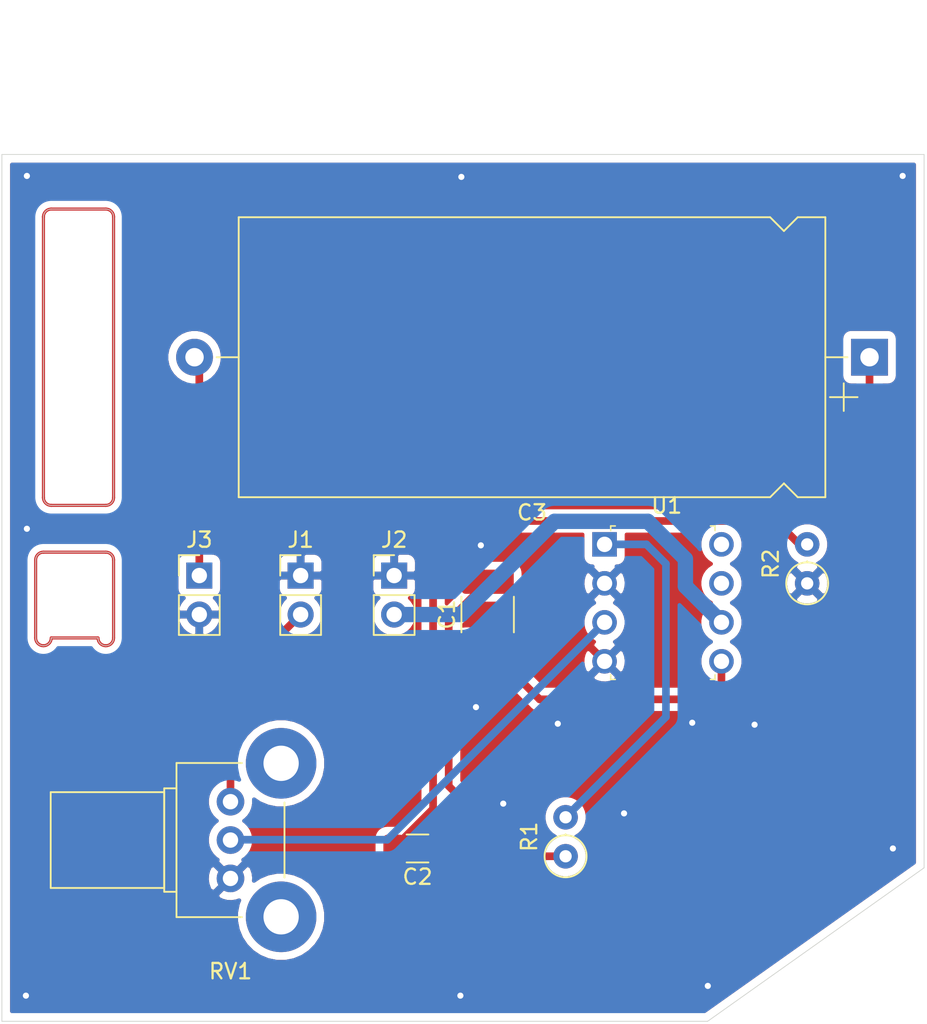
<source format=kicad_pcb>
(kicad_pcb (version 20171130) (host pcbnew "(5.1.9)-1")

  (general
    (thickness 1.6)
    (drawings 43)
    (tracks 57)
    (zones 0)
    (modules 10)
    (nets 12)
  )

  (page A4)
  (layers
    (0 F.Cu signal)
    (31 B.Cu signal)
    (32 B.Adhes user)
    (33 F.Adhes user)
    (34 B.Paste user)
    (35 F.Paste user)
    (36 B.SilkS user)
    (37 F.SilkS user)
    (38 B.Mask user)
    (39 F.Mask user)
    (40 Dwgs.User user)
    (41 Cmts.User user)
    (42 Eco1.User user)
    (43 Eco2.User user)
    (44 Edge.Cuts user)
    (45 Margin user)
    (46 B.CrtYd user)
    (47 F.CrtYd user)
    (48 B.Fab user)
    (49 F.Fab user)
  )

  (setup
    (last_trace_width 0.25)
    (user_trace_width 0.5)
    (trace_clearance 0.2)
    (zone_clearance 0.508)
    (zone_45_only no)
    (trace_min 0.2)
    (via_size 0.8)
    (via_drill 0.4)
    (via_min_size 0.4)
    (via_min_drill 0.3)
    (uvia_size 0.3)
    (uvia_drill 0.1)
    (uvias_allowed no)
    (uvia_min_size 0.2)
    (uvia_min_drill 0.1)
    (edge_width 0.05)
    (segment_width 0.2)
    (pcb_text_width 0.3)
    (pcb_text_size 1.5 1.5)
    (mod_edge_width 0.12)
    (mod_text_size 1 1)
    (mod_text_width 0.15)
    (pad_size 1.524 1.524)
    (pad_drill 0.762)
    (pad_to_mask_clearance 0)
    (aux_axis_origin 0 0)
    (visible_elements 7FFFFFFF)
    (pcbplotparams
      (layerselection 0x010fc_ffffffff)
      (usegerberextensions false)
      (usegerberattributes true)
      (usegerberadvancedattributes true)
      (creategerberjobfile true)
      (excludeedgelayer true)
      (linewidth 0.100000)
      (plotframeref false)
      (viasonmask false)
      (mode 1)
      (useauxorigin false)
      (hpglpennumber 1)
      (hpglpenspeed 20)
      (hpglpendiameter 15.000000)
      (psnegative false)
      (psa4output false)
      (plotreference true)
      (plotvalue true)
      (plotinvisibletext false)
      (padsonsilk false)
      (subtractmaskfromsilk false)
      (outputformat 1)
      (mirror false)
      (drillshape 1)
      (scaleselection 1)
      (outputdirectory ""))
  )

  (net 0 "")
  (net 1 "Net-(C1-Pad2)")
  (net 2 "Net-(C1-Pad1)")
  (net 3 "Net-(C2-Pad2)")
  (net 4 "Net-(C3-Pad2)")
  (net 5 "Net-(J1-Pad2)")
  (net 6 GND)
  (net 7 "Net-(J2-Pad2)")
  (net 8 "Net-(R1-Pad2)")
  (net 9 "Net-(RV1-Pad2)")
  (net 10 "Net-(U1-Pad8)")
  (net 11 "Net-(U1-Pad7)")

  (net_class Default "This is the default net class."
    (clearance 0.2)
    (trace_width 0.25)
    (via_dia 0.8)
    (via_drill 0.4)
    (uvia_dia 0.3)
    (uvia_drill 0.1)
    (add_net GND)
    (add_net "Net-(C1-Pad1)")
    (add_net "Net-(C1-Pad2)")
    (add_net "Net-(C2-Pad2)")
    (add_net "Net-(C3-Pad2)")
    (add_net "Net-(J1-Pad2)")
    (add_net "Net-(J2-Pad2)")
    (add_net "Net-(R1-Pad2)")
    (add_net "Net-(RV1-Pad2)")
    (add_net "Net-(U1-Pad7)")
    (add_net "Net-(U1-Pad8)")
  )

  (module digikey-footprints:DIP-8_W7.62mm (layer F.Cu) (tedit 5B86B3A2) (tstamp 5FED1C7E)
    (at 113.284 58.928)
    (descr http://media.digikey.com/pdf/Data%20Sheets/Lite-On%20PDFs/6N137%20Series.pdf)
    (path /5FEBCC9A)
    (fp_text reference U1 (at 4.05 -2.52) (layer F.SilkS)
      (effects (font (size 1 1) (thickness 0.15)))
    )
    (fp_text value LM386 (at 3.94 10.33) (layer F.Fab)
      (effects (font (size 1 1) (thickness 0.15)))
    )
    (fp_line (start 0.55 -1.04) (end 0.55 8.64) (layer F.Fab) (width 0.1))
    (fp_line (start 7.05 -1.04) (end 7.05 8.64) (layer F.Fab) (width 0.1))
    (fp_line (start 0.55 -1.04) (end 7.05 -1.04) (layer F.Fab) (width 0.1))
    (fp_line (start 0.55 8.64) (end 7.05 8.64) (layer F.Fab) (width 0.1))
    (fp_line (start 0.4 8.8) (end 0.7 8.8) (layer F.SilkS) (width 0.1))
    (fp_line (start 0.4 8.5) (end 0.4 8.8) (layer F.SilkS) (width 0.1))
    (fp_line (start 7.2 8.8) (end 6.9 8.8) (layer F.SilkS) (width 0.1))
    (fp_line (start 7.2 8.5) (end 7.2 8.8) (layer F.SilkS) (width 0.1))
    (fp_line (start 7.2 -1.2) (end 6.9 -1.2) (layer F.SilkS) (width 0.1))
    (fp_line (start 7.2 -0.9) (end 7.2 -1.2) (layer F.SilkS) (width 0.1))
    (fp_line (start 0.4 -1.2) (end 0.7 -1.2) (layer F.SilkS) (width 0.1))
    (fp_line (start 0.4 -0.9) (end 0.4 -1.2) (layer F.SilkS) (width 0.1))
    (fp_line (start -1.05 -1.29) (end 8.67 -1.29) (layer F.CrtYd) (width 0.1))
    (fp_line (start 8.67 -1.29) (end 8.67 8.89) (layer F.CrtYd) (width 0.1))
    (fp_line (start -1.05 -1.29) (end -1.05 8.89) (layer F.CrtYd) (width 0.1))
    (fp_line (start -1.05 8.89) (end 8.67 8.89) (layer F.CrtYd) (width 0.1))
    (fp_text user REF** (at 3.94 3.49) (layer F.Fab)
      (effects (font (size 1 1) (thickness 0.1)))
    )
    (pad 8 thru_hole circle (at 7.62 0) (size 1.6 1.6) (drill 1) (layers *.Cu *.Mask)
      (net 10 "Net-(U1-Pad8)"))
    (pad 7 thru_hole circle (at 7.62 2.54) (size 1.6 1.6) (drill 1) (layers *.Cu *.Mask)
      (net 11 "Net-(U1-Pad7)"))
    (pad 6 thru_hole circle (at 7.62 5.08) (size 1.6 1.6) (drill 1) (layers *.Cu *.Mask)
      (net 7 "Net-(J2-Pad2)"))
    (pad 5 thru_hole circle (at 7.62 7.62) (size 1.6 1.6) (drill 1) (layers *.Cu *.Mask)
      (net 2 "Net-(C1-Pad1)"))
    (pad 4 thru_hole circle (at 0 7.62) (size 1.6 1.6) (drill 1) (layers *.Cu *.Mask)
      (net 6 GND))
    (pad 3 thru_hole circle (at 0 5.08) (size 1.6 1.6) (drill 1) (layers *.Cu *.Mask)
      (net 9 "Net-(RV1-Pad2)"))
    (pad 2 thru_hole circle (at 0 2.54) (size 1.6 1.6) (drill 1) (layers *.Cu *.Mask)
      (net 6 GND))
    (pad 1 thru_hole rect (at 0 0) (size 1.6 1.6) (drill 1) (layers *.Cu *.Mask)
      (net 8 "Net-(R1-Pad2)"))
    (model ${KISYS3DMOD}/Housings_DIP.3dshapes/DIP-8_W7.62mm.wrl
      (at (xyz 0 0 0))
      (scale (xyz 1 1 1))
      (rotate (xyz 0 0 0))
    )
  )

  (module Potentiometer_THT:Potentiometer_Alps_RK09K_Single_Horizontal (layer F.Cu) (tedit 5A3D4993) (tstamp 5FED1C61)
    (at 88.9 75.692 180)
    (descr "Potentiometer, horizontal, Alps RK09K Single, http://www.alps.com/prod/info/E/HTML/Potentiometer/RotaryPotentiometers/RK09K/RK09K_list.html")
    (tags "Potentiometer horizontal Alps RK09K Single")
    (path /5FEC35DF)
    (fp_text reference RV1 (at 0 -11.05 180) (layer F.SilkS)
      (effects (font (size 1 1) (thickness 0.15)))
    )
    (fp_text value 10k (at 0 6.05 180) (layer F.Fab)
      (effects (font (size 1 1) (thickness 0.15)))
    )
    (fp_line (start 11.85 -10.05) (end -5.85 -10.05) (layer F.CrtYd) (width 0.05))
    (fp_line (start 11.85 5.1) (end 11.85 -10.05) (layer F.CrtYd) (width 0.05))
    (fp_line (start -5.85 5.1) (end 11.85 5.1) (layer F.CrtYd) (width 0.05))
    (fp_line (start -5.85 -10.05) (end -5.85 5.1) (layer F.CrtYd) (width 0.05))
    (fp_line (start 11.72 -5.62) (end 11.72 0.62) (layer F.SilkS) (width 0.12))
    (fp_line (start 4.32 -5.62) (end 4.32 0.62) (layer F.SilkS) (width 0.12))
    (fp_line (start 4.32 0.62) (end 11.72 0.62) (layer F.SilkS) (width 0.12))
    (fp_line (start 4.32 -5.62) (end 11.72 -5.62) (layer F.SilkS) (width 0.12))
    (fp_line (start 4.32 -5.87) (end 4.32 0.87) (layer F.SilkS) (width 0.12))
    (fp_line (start 3.52 -5.87) (end 3.52 0.87) (layer F.SilkS) (width 0.12))
    (fp_line (start 3.52 0.87) (end 4.32 0.87) (layer F.SilkS) (width 0.12))
    (fp_line (start 3.52 -5.87) (end 4.32 -5.87) (layer F.SilkS) (width 0.12))
    (fp_line (start 3.52 -7.521) (end 3.52 2.52) (layer F.SilkS) (width 0.12))
    (fp_line (start -3.52 -4.944) (end -3.52 -0.055) (layer F.SilkS) (width 0.12))
    (fp_line (start -0.745 2.52) (end 3.52 2.52) (layer F.SilkS) (width 0.12))
    (fp_line (start -0.745 -7.521) (end 3.52 -7.521) (layer F.SilkS) (width 0.12))
    (fp_line (start 11.6 -5.5) (end 4.2 -5.5) (layer F.Fab) (width 0.1))
    (fp_line (start 11.6 0.5) (end 11.6 -5.5) (layer F.Fab) (width 0.1))
    (fp_line (start 4.2 0.5) (end 11.6 0.5) (layer F.Fab) (width 0.1))
    (fp_line (start 4.2 -5.5) (end 4.2 0.5) (layer F.Fab) (width 0.1))
    (fp_line (start 4.2 -5.75) (end 3.4 -5.75) (layer F.Fab) (width 0.1))
    (fp_line (start 4.2 0.75) (end 4.2 -5.75) (layer F.Fab) (width 0.1))
    (fp_line (start 3.4 0.75) (end 4.2 0.75) (layer F.Fab) (width 0.1))
    (fp_line (start 3.4 -5.75) (end 3.4 0.75) (layer F.Fab) (width 0.1))
    (fp_line (start 3.4 -7.4) (end -3.4 -7.4) (layer F.Fab) (width 0.1))
    (fp_line (start 3.4 2.4) (end 3.4 -7.4) (layer F.Fab) (width 0.1))
    (fp_line (start -3.4 2.4) (end 3.4 2.4) (layer F.Fab) (width 0.1))
    (fp_line (start -3.4 -7.4) (end -3.4 2.4) (layer F.Fab) (width 0.1))
    (fp_text user %R (at 0 -2.5 180) (layer F.Fab)
      (effects (font (size 1 1) (thickness 0.15)))
    )
    (pad "" thru_hole circle (at -3.3 2.5 180) (size 4.6 4.6) (drill 2.3) (layers *.Cu *.Mask))
    (pad "" thru_hole circle (at -3.3 -7.5 180) (size 4.6 4.6) (drill 2.3) (layers *.Cu *.Mask))
    (pad 1 thru_hole circle (at 0 0 180) (size 1.8 1.8) (drill 1) (layers *.Cu *.Mask)
      (net 5 "Net-(J1-Pad2)"))
    (pad 2 thru_hole circle (at 0 -2.5 180) (size 1.8 1.8) (drill 1) (layers *.Cu *.Mask)
      (net 9 "Net-(RV1-Pad2)"))
    (pad 3 thru_hole circle (at 0 -5 180) (size 1.8 1.8) (drill 1) (layers *.Cu *.Mask)
      (net 6 GND))
    (model ${KISYS3DMOD}/Potentiometer_THT.3dshapes/Potentiometer_Alps_RK09K_Single_Horizontal.wrl
      (at (xyz 0 0 0))
      (scale (xyz 1 1 1))
      (rotate (xyz 0 0 0))
    )
  )

  (module Resistor_THT:R_Axial_DIN0207_L6.3mm_D2.5mm_P2.54mm_Vertical (layer F.Cu) (tedit 5AE5139B) (tstamp 5FED1C3B)
    (at 126.492 61.468 90)
    (descr "Resistor, Axial_DIN0207 series, Axial, Vertical, pin pitch=2.54mm, 0.25W = 1/4W, length*diameter=6.3*2.5mm^2, http://cdn-reichelt.de/documents/datenblatt/B400/1_4W%23YAG.pdf")
    (tags "Resistor Axial_DIN0207 series Axial Vertical pin pitch 2.54mm 0.25W = 1/4W length 6.3mm diameter 2.5mm")
    (path /5FEC9E0F)
    (fp_text reference R2 (at 1.27 -2.37 90) (layer F.SilkS)
      (effects (font (size 1 1) (thickness 0.15)))
    )
    (fp_text value 10 (at 1.27 2.37 90) (layer F.Fab)
      (effects (font (size 1 1) (thickness 0.15)))
    )
    (fp_line (start 3.59 -1.5) (end -1.5 -1.5) (layer F.CrtYd) (width 0.05))
    (fp_line (start 3.59 1.5) (end 3.59 -1.5) (layer F.CrtYd) (width 0.05))
    (fp_line (start -1.5 1.5) (end 3.59 1.5) (layer F.CrtYd) (width 0.05))
    (fp_line (start -1.5 -1.5) (end -1.5 1.5) (layer F.CrtYd) (width 0.05))
    (fp_line (start 1.37 0) (end 1.44 0) (layer F.SilkS) (width 0.12))
    (fp_line (start 0 0) (end 2.54 0) (layer F.Fab) (width 0.1))
    (fp_circle (center 0 0) (end 1.37 0) (layer F.SilkS) (width 0.12))
    (fp_circle (center 0 0) (end 1.25 0) (layer F.Fab) (width 0.1))
    (fp_text user %R (at 1.27 -2.37 90) (layer F.Fab)
      (effects (font (size 1 1) (thickness 0.15)))
    )
    (pad 2 thru_hole oval (at 2.54 0 90) (size 1.6 1.6) (drill 0.8) (layers *.Cu *.Mask)
      (net 3 "Net-(C2-Pad2)"))
    (pad 1 thru_hole circle (at 0 0 90) (size 1.6 1.6) (drill 0.8) (layers *.Cu *.Mask)
      (net 6 GND))
    (model ${KISYS3DMOD}/Resistor_THT.3dshapes/R_Axial_DIN0207_L6.3mm_D2.5mm_P2.54mm_Vertical.wrl
      (at (xyz 0 0 0))
      (scale (xyz 1 1 1))
      (rotate (xyz 0 0 0))
    )
  )

  (module Resistor_THT:R_Axial_DIN0207_L6.3mm_D2.5mm_P2.54mm_Vertical (layer F.Cu) (tedit 5AE5139B) (tstamp 5FED1C2C)
    (at 110.744 79.248 90)
    (descr "Resistor, Axial_DIN0207 series, Axial, Vertical, pin pitch=2.54mm, 0.25W = 1/4W, length*diameter=6.3*2.5mm^2, http://cdn-reichelt.de/documents/datenblatt/B400/1_4W%23YAG.pdf")
    (tags "Resistor Axial_DIN0207 series Axial Vertical pin pitch 2.54mm 0.25W = 1/4W length 6.3mm diameter 2.5mm")
    (path /5FEC554F)
    (fp_text reference R1 (at 1.27 -2.37 90) (layer F.SilkS)
      (effects (font (size 1 1) (thickness 0.15)))
    )
    (fp_text value 10k (at 1.27 2.37 90) (layer F.Fab)
      (effects (font (size 1 1) (thickness 0.15)))
    )
    (fp_line (start 3.59 -1.5) (end -1.5 -1.5) (layer F.CrtYd) (width 0.05))
    (fp_line (start 3.59 1.5) (end 3.59 -1.5) (layer F.CrtYd) (width 0.05))
    (fp_line (start -1.5 1.5) (end 3.59 1.5) (layer F.CrtYd) (width 0.05))
    (fp_line (start -1.5 -1.5) (end -1.5 1.5) (layer F.CrtYd) (width 0.05))
    (fp_line (start 1.37 0) (end 1.44 0) (layer F.SilkS) (width 0.12))
    (fp_line (start 0 0) (end 2.54 0) (layer F.Fab) (width 0.1))
    (fp_circle (center 0 0) (end 1.37 0) (layer F.SilkS) (width 0.12))
    (fp_circle (center 0 0) (end 1.25 0) (layer F.Fab) (width 0.1))
    (fp_text user %R (at 1.27 -2.37 90) (layer F.Fab)
      (effects (font (size 1 1) (thickness 0.15)))
    )
    (pad 2 thru_hole oval (at 2.54 0 90) (size 1.6 1.6) (drill 0.8) (layers *.Cu *.Mask)
      (net 8 "Net-(R1-Pad2)"))
    (pad 1 thru_hole circle (at 0 0 90) (size 1.6 1.6) (drill 0.8) (layers *.Cu *.Mask)
      (net 1 "Net-(C1-Pad2)"))
    (model ${KISYS3DMOD}/Resistor_THT.3dshapes/R_Axial_DIN0207_L6.3mm_D2.5mm_P2.54mm_Vertical.wrl
      (at (xyz 0 0 0))
      (scale (xyz 1 1 1))
      (rotate (xyz 0 0 0))
    )
  )

  (module Connector_PinHeader_2.54mm:PinHeader_1x02_P2.54mm_Vertical (layer F.Cu) (tedit 59FED5CC) (tstamp 5FED1C1D)
    (at 86.868 60.96)
    (descr "Through hole straight pin header, 1x02, 2.54mm pitch, single row")
    (tags "Through hole pin header THT 1x02 2.54mm single row")
    (path /5FEC8FA2)
    (fp_text reference J3 (at 0 -2.33) (layer F.SilkS)
      (effects (font (size 1 1) (thickness 0.15)))
    )
    (fp_text value Conn_01x02 (at 0 4.87) (layer F.Fab)
      (effects (font (size 1 1) (thickness 0.15)))
    )
    (fp_line (start 1.8 -1.8) (end -1.8 -1.8) (layer F.CrtYd) (width 0.05))
    (fp_line (start 1.8 4.35) (end 1.8 -1.8) (layer F.CrtYd) (width 0.05))
    (fp_line (start -1.8 4.35) (end 1.8 4.35) (layer F.CrtYd) (width 0.05))
    (fp_line (start -1.8 -1.8) (end -1.8 4.35) (layer F.CrtYd) (width 0.05))
    (fp_line (start -1.33 -1.33) (end 0 -1.33) (layer F.SilkS) (width 0.12))
    (fp_line (start -1.33 0) (end -1.33 -1.33) (layer F.SilkS) (width 0.12))
    (fp_line (start -1.33 1.27) (end 1.33 1.27) (layer F.SilkS) (width 0.12))
    (fp_line (start 1.33 1.27) (end 1.33 3.87) (layer F.SilkS) (width 0.12))
    (fp_line (start -1.33 1.27) (end -1.33 3.87) (layer F.SilkS) (width 0.12))
    (fp_line (start -1.33 3.87) (end 1.33 3.87) (layer F.SilkS) (width 0.12))
    (fp_line (start -1.27 -0.635) (end -0.635 -1.27) (layer F.Fab) (width 0.1))
    (fp_line (start -1.27 3.81) (end -1.27 -0.635) (layer F.Fab) (width 0.1))
    (fp_line (start 1.27 3.81) (end -1.27 3.81) (layer F.Fab) (width 0.1))
    (fp_line (start 1.27 -1.27) (end 1.27 3.81) (layer F.Fab) (width 0.1))
    (fp_line (start -0.635 -1.27) (end 1.27 -1.27) (layer F.Fab) (width 0.1))
    (fp_text user %R (at 0 1.27 90) (layer F.Fab)
      (effects (font (size 1 1) (thickness 0.15)))
    )
    (pad 2 thru_hole oval (at 0 2.54) (size 1.7 1.7) (drill 1) (layers *.Cu *.Mask)
      (net 6 GND))
    (pad 1 thru_hole rect (at 0 0) (size 1.7 1.7) (drill 1) (layers *.Cu *.Mask)
      (net 4 "Net-(C3-Pad2)"))
    (model ${KISYS3DMOD}/Connector_PinHeader_2.54mm.3dshapes/PinHeader_1x02_P2.54mm_Vertical.wrl
      (at (xyz 0 0 0))
      (scale (xyz 1 1 1))
      (rotate (xyz 0 0 0))
    )
  )

  (module Connector_PinHeader_2.54mm:PinHeader_1x02_P2.54mm_Vertical (layer F.Cu) (tedit 59FED5CC) (tstamp 5FED1C07)
    (at 99.568 60.96)
    (descr "Through hole straight pin header, 1x02, 2.54mm pitch, single row")
    (tags "Through hole pin header THT 1x02 2.54mm single row")
    (path /5FEC43C6)
    (fp_text reference J2 (at 0 -2.33) (layer F.SilkS)
      (effects (font (size 1 1) (thickness 0.15)))
    )
    (fp_text value Conn_01x02 (at 0 4.87) (layer F.Fab)
      (effects (font (size 1 1) (thickness 0.15)))
    )
    (fp_line (start 1.8 -1.8) (end -1.8 -1.8) (layer F.CrtYd) (width 0.05))
    (fp_line (start 1.8 4.35) (end 1.8 -1.8) (layer F.CrtYd) (width 0.05))
    (fp_line (start -1.8 4.35) (end 1.8 4.35) (layer F.CrtYd) (width 0.05))
    (fp_line (start -1.8 -1.8) (end -1.8 4.35) (layer F.CrtYd) (width 0.05))
    (fp_line (start -1.33 -1.33) (end 0 -1.33) (layer F.SilkS) (width 0.12))
    (fp_line (start -1.33 0) (end -1.33 -1.33) (layer F.SilkS) (width 0.12))
    (fp_line (start -1.33 1.27) (end 1.33 1.27) (layer F.SilkS) (width 0.12))
    (fp_line (start 1.33 1.27) (end 1.33 3.87) (layer F.SilkS) (width 0.12))
    (fp_line (start -1.33 1.27) (end -1.33 3.87) (layer F.SilkS) (width 0.12))
    (fp_line (start -1.33 3.87) (end 1.33 3.87) (layer F.SilkS) (width 0.12))
    (fp_line (start -1.27 -0.635) (end -0.635 -1.27) (layer F.Fab) (width 0.1))
    (fp_line (start -1.27 3.81) (end -1.27 -0.635) (layer F.Fab) (width 0.1))
    (fp_line (start 1.27 3.81) (end -1.27 3.81) (layer F.Fab) (width 0.1))
    (fp_line (start 1.27 -1.27) (end 1.27 3.81) (layer F.Fab) (width 0.1))
    (fp_line (start -0.635 -1.27) (end 1.27 -1.27) (layer F.Fab) (width 0.1))
    (fp_text user %R (at 0 1.27 90) (layer F.Fab)
      (effects (font (size 1 1) (thickness 0.15)))
    )
    (pad 2 thru_hole oval (at 0 2.54) (size 1.7 1.7) (drill 1) (layers *.Cu *.Mask)
      (net 7 "Net-(J2-Pad2)"))
    (pad 1 thru_hole rect (at 0 0) (size 1.7 1.7) (drill 1) (layers *.Cu *.Mask)
      (net 6 GND))
    (model ${KISYS3DMOD}/Connector_PinHeader_2.54mm.3dshapes/PinHeader_1x02_P2.54mm_Vertical.wrl
      (at (xyz 0 0 0))
      (scale (xyz 1 1 1))
      (rotate (xyz 0 0 0))
    )
  )

  (module Connector_PinHeader_2.54mm:PinHeader_1x02_P2.54mm_Vertical (layer F.Cu) (tedit 59FED5CC) (tstamp 5FED1BF1)
    (at 93.472 60.96)
    (descr "Through hole straight pin header, 1x02, 2.54mm pitch, single row")
    (tags "Through hole pin header THT 1x02 2.54mm single row")
    (path /5FEC18D1)
    (fp_text reference J1 (at 0 -2.33) (layer F.SilkS)
      (effects (font (size 1 1) (thickness 0.15)))
    )
    (fp_text value Conn_01x02 (at 0 4.87) (layer F.Fab)
      (effects (font (size 1 1) (thickness 0.15)))
    )
    (fp_line (start 1.8 -1.8) (end -1.8 -1.8) (layer F.CrtYd) (width 0.05))
    (fp_line (start 1.8 4.35) (end 1.8 -1.8) (layer F.CrtYd) (width 0.05))
    (fp_line (start -1.8 4.35) (end 1.8 4.35) (layer F.CrtYd) (width 0.05))
    (fp_line (start -1.8 -1.8) (end -1.8 4.35) (layer F.CrtYd) (width 0.05))
    (fp_line (start -1.33 -1.33) (end 0 -1.33) (layer F.SilkS) (width 0.12))
    (fp_line (start -1.33 0) (end -1.33 -1.33) (layer F.SilkS) (width 0.12))
    (fp_line (start -1.33 1.27) (end 1.33 1.27) (layer F.SilkS) (width 0.12))
    (fp_line (start 1.33 1.27) (end 1.33 3.87) (layer F.SilkS) (width 0.12))
    (fp_line (start -1.33 1.27) (end -1.33 3.87) (layer F.SilkS) (width 0.12))
    (fp_line (start -1.33 3.87) (end 1.33 3.87) (layer F.SilkS) (width 0.12))
    (fp_line (start -1.27 -0.635) (end -0.635 -1.27) (layer F.Fab) (width 0.1))
    (fp_line (start -1.27 3.81) (end -1.27 -0.635) (layer F.Fab) (width 0.1))
    (fp_line (start 1.27 3.81) (end -1.27 3.81) (layer F.Fab) (width 0.1))
    (fp_line (start 1.27 -1.27) (end 1.27 3.81) (layer F.Fab) (width 0.1))
    (fp_line (start -0.635 -1.27) (end 1.27 -1.27) (layer F.Fab) (width 0.1))
    (fp_text user %R (at 0 1.27 90) (layer F.Fab)
      (effects (font (size 1 1) (thickness 0.15)))
    )
    (pad 2 thru_hole oval (at 0 2.54) (size 1.7 1.7) (drill 1) (layers *.Cu *.Mask)
      (net 5 "Net-(J1-Pad2)"))
    (pad 1 thru_hole rect (at 0 0) (size 1.7 1.7) (drill 1) (layers *.Cu *.Mask)
      (net 6 GND))
    (model ${KISYS3DMOD}/Connector_PinHeader_2.54mm.3dshapes/PinHeader_1x02_P2.54mm_Vertical.wrl
      (at (xyz 0 0 0))
      (scale (xyz 1 1 1))
      (rotate (xyz 0 0 0))
    )
  )

  (module Capacitor_THT:CP_Axial_L38.0mm_D18.0mm_P44.00mm_Horizontal (layer F.Cu) (tedit 5AE50EF2) (tstamp 5FED1BDB)
    (at 130.556 46.736 180)
    (descr "CP, Axial series, Axial, Horizontal, pin pitch=44mm, , length*diameter=38*18mm^2, Electrolytic Capacitor, , http://www.vishay.com/docs/28325/021asm.pdf")
    (tags "CP Axial series Axial Horizontal pin pitch 44mm  length 38mm diameter 18mm Electrolytic Capacitor")
    (path /5FEBFB26)
    (fp_text reference C3 (at 22 -10.12 180) (layer F.SilkS)
      (effects (font (size 1 1) (thickness 0.15)))
    )
    (fp_text value 250uF (at 22 10.12 180) (layer F.Fab)
      (effects (font (size 1 1) (thickness 0.15)))
    )
    (fp_line (start 45.45 -9.25) (end -1.45 -9.25) (layer F.CrtYd) (width 0.05))
    (fp_line (start 45.45 9.25) (end 45.45 -9.25) (layer F.CrtYd) (width 0.05))
    (fp_line (start -1.45 9.25) (end 45.45 9.25) (layer F.CrtYd) (width 0.05))
    (fp_line (start -1.45 -9.25) (end -1.45 9.25) (layer F.CrtYd) (width 0.05))
    (fp_line (start 42.56 0) (end 41.12 0) (layer F.SilkS) (width 0.12))
    (fp_line (start 1.44 0) (end 2.88 0) (layer F.SilkS) (width 0.12))
    (fp_line (start 6.48 9.12) (end 41.12 9.12) (layer F.SilkS) (width 0.12))
    (fp_line (start 5.58 8.22) (end 6.48 9.12) (layer F.SilkS) (width 0.12))
    (fp_line (start 4.68 9.12) (end 5.58 8.22) (layer F.SilkS) (width 0.12))
    (fp_line (start 2.88 9.12) (end 4.68 9.12) (layer F.SilkS) (width 0.12))
    (fp_line (start 6.48 -9.12) (end 41.12 -9.12) (layer F.SilkS) (width 0.12))
    (fp_line (start 5.58 -8.22) (end 6.48 -9.12) (layer F.SilkS) (width 0.12))
    (fp_line (start 4.68 -9.12) (end 5.58 -8.22) (layer F.SilkS) (width 0.12))
    (fp_line (start 2.88 -9.12) (end 4.68 -9.12) (layer F.SilkS) (width 0.12))
    (fp_line (start 41.12 -9.12) (end 41.12 9.12) (layer F.SilkS) (width 0.12))
    (fp_line (start 2.88 -9.12) (end 2.88 9.12) (layer F.SilkS) (width 0.12))
    (fp_line (start 1.68 -3.5) (end 1.68 -1.7) (layer F.SilkS) (width 0.12))
    (fp_line (start 0.78 -2.6) (end 2.58 -2.6) (layer F.SilkS) (width 0.12))
    (fp_line (start 5.6 -0.9) (end 5.6 0.9) (layer F.Fab) (width 0.1))
    (fp_line (start 4.7 0) (end 6.5 0) (layer F.Fab) (width 0.1))
    (fp_line (start 44 0) (end 41 0) (layer F.Fab) (width 0.1))
    (fp_line (start 0 0) (end 3 0) (layer F.Fab) (width 0.1))
    (fp_line (start 6.48 9) (end 41 9) (layer F.Fab) (width 0.1))
    (fp_line (start 5.58 8.1) (end 6.48 9) (layer F.Fab) (width 0.1))
    (fp_line (start 4.68 9) (end 5.58 8.1) (layer F.Fab) (width 0.1))
    (fp_line (start 3 9) (end 4.68 9) (layer F.Fab) (width 0.1))
    (fp_line (start 6.48 -9) (end 41 -9) (layer F.Fab) (width 0.1))
    (fp_line (start 5.58 -8.1) (end 6.48 -9) (layer F.Fab) (width 0.1))
    (fp_line (start 4.68 -9) (end 5.58 -8.1) (layer F.Fab) (width 0.1))
    (fp_line (start 3 -9) (end 4.68 -9) (layer F.Fab) (width 0.1))
    (fp_line (start 41 -9) (end 41 9) (layer F.Fab) (width 0.1))
    (fp_line (start 3 -9) (end 3 9) (layer F.Fab) (width 0.1))
    (fp_text user %R (at 22 0 180) (layer F.Fab)
      (effects (font (size 1 1) (thickness 0.15)))
    )
    (pad 2 thru_hole oval (at 44 0 180) (size 2.4 2.4) (drill 1.2) (layers *.Cu *.Mask)
      (net 4 "Net-(C3-Pad2)"))
    (pad 1 thru_hole rect (at 0 0 180) (size 2.4 2.4) (drill 1.2) (layers *.Cu *.Mask)
      (net 2 "Net-(C1-Pad1)"))
    (model ${KISYS3DMOD}/Capacitor_THT.3dshapes/CP_Axial_L38.0mm_D18.0mm_P44.00mm_Horizontal.wrl
      (at (xyz 0 0 0))
      (scale (xyz 1 1 1))
      (rotate (xyz 0 0 0))
    )
  )

  (module Capacitor_SMD:C_1206_3216Metric_Pad1.33x1.80mm_HandSolder (layer F.Cu) (tedit 5F68FEEF) (tstamp 5FED1BB4)
    (at 101.092 78.74 180)
    (descr "Capacitor SMD 1206 (3216 Metric), square (rectangular) end terminal, IPC_7351 nominal with elongated pad for handsoldering. (Body size source: IPC-SM-782 page 76, https://www.pcb-3d.com/wordpress/wp-content/uploads/ipc-sm-782a_amendment_1_and_2.pdf), generated with kicad-footprint-generator")
    (tags "capacitor handsolder")
    (path /5FEC81CA)
    (attr smd)
    (fp_text reference C2 (at 0 -1.85) (layer F.SilkS)
      (effects (font (size 1 1) (thickness 0.15)))
    )
    (fp_text value 0.05uF (at 0 1.85) (layer F.Fab)
      (effects (font (size 1 1) (thickness 0.15)))
    )
    (fp_line (start 2.48 1.15) (end -2.48 1.15) (layer F.CrtYd) (width 0.05))
    (fp_line (start 2.48 -1.15) (end 2.48 1.15) (layer F.CrtYd) (width 0.05))
    (fp_line (start -2.48 -1.15) (end 2.48 -1.15) (layer F.CrtYd) (width 0.05))
    (fp_line (start -2.48 1.15) (end -2.48 -1.15) (layer F.CrtYd) (width 0.05))
    (fp_line (start -0.711252 0.91) (end 0.711252 0.91) (layer F.SilkS) (width 0.12))
    (fp_line (start -0.711252 -0.91) (end 0.711252 -0.91) (layer F.SilkS) (width 0.12))
    (fp_line (start 1.6 0.8) (end -1.6 0.8) (layer F.Fab) (width 0.1))
    (fp_line (start 1.6 -0.8) (end 1.6 0.8) (layer F.Fab) (width 0.1))
    (fp_line (start -1.6 -0.8) (end 1.6 -0.8) (layer F.Fab) (width 0.1))
    (fp_line (start -1.6 0.8) (end -1.6 -0.8) (layer F.Fab) (width 0.1))
    (fp_text user %R (at 0 0) (layer F.Fab)
      (effects (font (size 0.8 0.8) (thickness 0.12)))
    )
    (pad 2 smd roundrect (at 1.5625 0 180) (size 1.325 1.8) (layers F.Cu F.Paste F.Mask) (roundrect_rratio 0.188679)
      (net 3 "Net-(C2-Pad2)"))
    (pad 1 smd roundrect (at -1.5625 0 180) (size 1.325 1.8) (layers F.Cu F.Paste F.Mask) (roundrect_rratio 0.188679)
      (net 2 "Net-(C1-Pad1)"))
    (model ${KISYS3DMOD}/Capacitor_SMD.3dshapes/C_1206_3216Metric.wrl
      (at (xyz 0 0 0))
      (scale (xyz 1 1 1))
      (rotate (xyz 0 0 0))
    )
  )

  (module Capacitor_SMD:C_1812_4532Metric_Pad1.57x3.40mm_HandSolder (layer F.Cu) (tedit 5F68FEEF) (tstamp 5FED1BA3)
    (at 105.664 63.5 90)
    (descr "Capacitor SMD 1812 (4532 Metric), square (rectangular) end terminal, IPC_7351 nominal with elongated pad for handsoldering. (Body size source: IPC-SM-782 page 76, https://www.pcb-3d.com/wordpress/wp-content/uploads/ipc-sm-782a_amendment_1_and_2.pdf), generated with kicad-footprint-generator")
    (tags "capacitor handsolder")
    (path /5FEBEE21)
    (attr smd)
    (fp_text reference C1 (at 0 -2.65 90) (layer F.SilkS)
      (effects (font (size 1 1) (thickness 0.15)))
    )
    (fp_text value 0.033uF (at 0 2.65 90) (layer F.Fab)
      (effects (font (size 1 1) (thickness 0.15)))
    )
    (fp_line (start 3.18 1.95) (end -3.18 1.95) (layer F.CrtYd) (width 0.05))
    (fp_line (start 3.18 -1.95) (end 3.18 1.95) (layer F.CrtYd) (width 0.05))
    (fp_line (start -3.18 -1.95) (end 3.18 -1.95) (layer F.CrtYd) (width 0.05))
    (fp_line (start -3.18 1.95) (end -3.18 -1.95) (layer F.CrtYd) (width 0.05))
    (fp_line (start -1.161252 1.71) (end 1.161252 1.71) (layer F.SilkS) (width 0.12))
    (fp_line (start -1.161252 -1.71) (end 1.161252 -1.71) (layer F.SilkS) (width 0.12))
    (fp_line (start 2.25 1.6) (end -2.25 1.6) (layer F.Fab) (width 0.1))
    (fp_line (start 2.25 -1.6) (end 2.25 1.6) (layer F.Fab) (width 0.1))
    (fp_line (start -2.25 -1.6) (end 2.25 -1.6) (layer F.Fab) (width 0.1))
    (fp_line (start -2.25 1.6) (end -2.25 -1.6) (layer F.Fab) (width 0.1))
    (fp_text user %R (at 0 0 90) (layer F.Fab)
      (effects (font (size 1 1) (thickness 0.15)))
    )
    (pad 2 smd roundrect (at 2.1375 0 90) (size 1.575 3.4) (layers F.Cu F.Paste F.Mask) (roundrect_rratio 0.15873)
      (net 1 "Net-(C1-Pad2)"))
    (pad 1 smd roundrect (at -2.1375 0 90) (size 1.575 3.4) (layers F.Cu F.Paste F.Mask) (roundrect_rratio 0.15873)
      (net 2 "Net-(C1-Pad1)"))
    (model ${KISYS3DMOD}/Capacitor_SMD.3dshapes/C_1812_4532Metric.wrl
      (at (xyz 0 0 0))
      (scale (xyz 1 1 1))
      (rotate (xyz 0 0 0))
    )
  )

  (dimension 30.0355 (width 0.15) (layer Dwgs.User)
    (gr_text "30.035 mm" (at 88.99525 30.002) (layer Dwgs.User)
      (effects (font (size 1 1) (thickness 0.15)))
    )
    (feature1 (pts (xy 104.013 28.321) (xy 104.013 29.288421)))
    (feature2 (pts (xy 73.9775 28.321) (xy 73.9775 29.288421)))
    (crossbar (pts (xy 73.9775 28.702) (xy 104.013 28.702)))
    (arrow1a (pts (xy 104.013 28.702) (xy 102.886496 29.288421)))
    (arrow1b (pts (xy 104.013 28.702) (xy 102.886496 28.115579)))
    (arrow2a (pts (xy 73.9775 28.702) (xy 75.104004 29.288421)))
    (arrow2b (pts (xy 73.9775 28.702) (xy 75.104004 28.115579)))
  )
  (dimension 60.134802 (width 0.15) (layer Dwgs.User)
    (gr_text "60.135 mm" (at 104.015784 24.162077 0.1815066141) (layer Dwgs.User)
      (effects (font (size 1 1) (thickness 0.15)))
    )
    (feature1 (pts (xy 134.112 33.2105) (xy 134.085294 24.780403)))
    (feature2 (pts (xy 73.9775 33.401) (xy 73.950794 24.970903)))
    (crossbar (pts (xy 73.952652 25.55732) (xy 134.087152 25.36682)))
    (arrow1a (pts (xy 134.087152 25.36682) (xy 132.962512 25.956806)))
    (arrow1b (pts (xy 134.087152 25.36682) (xy 132.958796 24.783971)))
    (arrow2a (pts (xy 73.952652 25.55732) (xy 75.081008 26.140169)))
    (arrow2b (pts (xy 73.952652 25.55732) (xy 75.077292 24.967334)))
  )
  (gr_arc (start 80.772 65.024) (end 81.28 65.024) (angle 90) (layer Edge.Cuts) (width 0.05))
  (gr_arc (start 80.772 65.024) (end 80.772 65.532) (angle 90) (layer Edge.Cuts) (width 0.05))
  (gr_arc (start 76.708 65.024) (end 77.216 65.024) (angle 90) (layer Edge.Cuts) (width 0.05))
  (gr_arc (start 76.708 65.024) (end 76.708 65.532) (angle 90) (layer Edge.Cuts) (width 0.05))
  (gr_arc (start 80.772 59.944) (end 80.772 59.436) (angle 90) (layer Edge.Cuts) (width 0.05))
  (gr_arc (start 76.708 59.944) (end 76.2 59.944) (angle 90) (layer Edge.Cuts) (width 0.05))
  (gr_line (start 80.264 65.024) (end 77.216 65.024) (angle 90) (layer Edge.Cuts) (width 0.05))
  (gr_line (start 76.708 59.436) (end 80.772 59.436) (angle 90) (layer Edge.Cuts) (width 0.05))
  (gr_line (start 81.28 59.944) (end 81.28 65.024) (angle 90) (layer Edge.Cuts) (width 0.05))
  (gr_line (start 76.2 59.944) (end 76.2 65.024) (angle 90) (layer Edge.Cuts) (width 0.05))
  (gr_line (start 76.708 59.436) (end 80.772 59.436) (angle 90) (layer F.Cu) (width 0.2))
  (gr_arc (start 76.708 59.944) (end 76.2 59.944) (angle 90) (layer F.Cu) (width 0.2))
  (gr_arc (start 80.772 59.944) (end 80.772 59.436) (angle 90) (layer F.Cu) (width 0.2))
  (gr_line (start 77.216 65.024) (end 80.264 65.024) (angle 90) (layer F.Cu) (width 0.2))
  (gr_arc (start 80.772 65.024) (end 80.772 65.532) (angle 90) (layer F.Cu) (width 0.2))
  (gr_arc (start 76.708 65.024) (end 77.216 65.024) (angle 90) (layer F.Cu) (width 0.2))
  (gr_arc (start 76.708 65.024) (end 76.708 65.532) (angle 90) (layer F.Cu) (width 0.2))
  (gr_arc (start 80.772 65.024) (end 81.28 65.024) (angle 90) (layer F.Cu) (width 0.2))
  (gr_line (start 81.28 59.944) (end 81.28 65) (angle 90) (layer F.Cu) (width 0.2))
  (gr_line (start 76.2 60) (end 76.2 65) (angle 90) (layer F.Cu) (width 0.2))
  (gr_arc (start 77.216 55.88) (end 77.216 56.388) (angle 90) (layer Edge.Cuts) (width 0.05))
  (gr_line (start 80.772 56.388) (end 77.216 56.388) (angle 90) (layer Edge.Cuts) (width 0.05))
  (gr_arc (start 80.772 55.88) (end 81.28 55.88) (angle 90) (layer Edge.Cuts) (width 0.05))
  (gr_line (start 81.28 37.592) (end 81.28 55.88) (angle 90) (layer Edge.Cuts) (width 0.05))
  (gr_arc (start 80.772 37.592) (end 80.772 37.084) (angle 90) (layer Edge.Cuts) (width 0.05))
  (gr_line (start 77.216 37.084) (end 80.772 37.084) (angle 90) (layer Edge.Cuts) (width 0.05))
  (gr_arc (start 77.216 37.592) (end 76.708 37.592) (angle 90) (layer Edge.Cuts) (width 0.05))
  (gr_line (start 76.708 37.592) (end 76.708 55.88) (angle 90) (layer Edge.Cuts) (width 0.05))
  (gr_line (start 77.216 56.388) (end 80.772 56.388) (angle 90) (layer F.Cu) (width 0.2))
  (gr_arc (start 80.772 55.88) (end 81.28 55.88) (angle 90) (layer F.Cu) (width 0.2))
  (gr_arc (start 77.216 55.88) (end 77.216 56.388) (angle 90) (layer F.Cu) (width 0.2))
  (gr_line (start 77.216 37.084) (end 80.772 37.084) (angle 90) (layer F.Cu) (width 0.2))
  (gr_arc (start 80.772 37.592) (end 80.772 37.084) (angle 90) (layer F.Cu) (width 0.2))
  (gr_arc (start 77.216 37.592) (end 76.708 37.592) (angle 90) (layer F.Cu) (width 0.2))
  (gr_line (start 81.28 37.592) (end 81.28 55.88) (angle 90) (layer F.Cu) (width 0.2))
  (gr_line (start 76.708 37.592) (end 76.708 55.88) (angle 90) (layer F.Cu) (width 0.2))
  (gr_line (start 74 33.528) (end 134.112 33.528) (angle 90) (layer Edge.Cuts) (width 0.05))
  (gr_line (start 74 90) (end 74 33.528) (angle 90) (layer Edge.Cuts) (width 0.05))
  (gr_line (start 120 90) (end 74 90) (angle 90) (layer Edge.Cuts) (width 0.05))
  (gr_line (start 134.112 80) (end 120 90) (angle 90) (layer Edge.Cuts) (width 0.05))
  (gr_line (start 134.112 33.528) (end 134.112 80) (angle 90) (layer Edge.Cuts) (width 0.05))

  (segment (start 110.744 79.248) (end 107.696 79.248) (width 0.5) (layer F.Cu) (net 1) (status 400000))
  (segment (start 103.124 63.9025) (end 105.664 61.3625) (width 0.5) (layer F.Cu) (net 1) (tstamp 5FEDD85F) (status 800000))
  (segment (start 103.124 74.676) (end 103.124 63.9025) (width 0.5) (layer F.Cu) (net 1) (tstamp 5FEDD85D))
  (segment (start 107.696 79.248) (end 103.124 74.676) (width 0.5) (layer F.Cu) (net 1) (tstamp 5FEDD85B))
  (segment (start 130.556 46.736) (end 130.556 60.7695) (width 0.5) (layer F.Cu) (net 2))
  (segment (start 130.556 60.7695) (end 122.301 69.0245) (width 0.5) (layer F.Cu) (net 2))
  (segment (start 109.051 69.0245) (end 105.664 65.6375) (width 0.5) (layer F.Cu) (net 2))
  (segment (start 120.904 68.8975) (end 121.031 69.0245) (width 0.5) (layer F.Cu) (net 2))
  (segment (start 120.904 66.548) (end 120.904 68.8975) (width 0.5) (layer F.Cu) (net 2))
  (segment (start 121.031 69.0245) (end 109.051 69.0245) (width 0.5) (layer F.Cu) (net 2))
  (segment (start 122.301 69.0245) (end 121.031 69.0245) (width 0.5) (layer F.Cu) (net 2))
  (segment (start 102.6545 79.64) (end 104.9295 81.915) (width 0.5) (layer F.Cu) (net 2))
  (segment (start 102.6545 78.74) (end 102.6545 79.64) (width 0.5) (layer F.Cu) (net 2))
  (segment (start 104.9295 81.915) (end 112.268 81.915) (width 0.5) (layer F.Cu) (net 2))
  (segment (start 120.904 73.279) (end 120.904 68.8975) (width 0.5) (layer F.Cu) (net 2))
  (segment (start 112.268 81.915) (end 120.904 73.279) (width 0.5) (layer F.Cu) (net 2))
  (segment (start 126.492 58.928) (end 126.492 59.436) (width 0.5) (layer F.Cu) (net 3) (status C00000))
  (segment (start 102.108 76.1615) (end 99.5295 78.74) (width 0.5) (layer F.Cu) (net 3) (tstamp 5FEDD832) (status 800000))
  (segment (start 102.108 59.944) (end 102.108 76.1615) (width 0.5) (layer F.Cu) (net 3) (tstamp 5FEDD830))
  (segment (start 104.648 57.404) (end 102.108 59.944) (width 0.5) (layer F.Cu) (net 3) (tstamp 5FEDD82E))
  (segment (start 124.46 57.404) (end 104.648 57.404) (width 0.5) (layer F.Cu) (net 3) (tstamp 5FEDD82C))
  (segment (start 126.492 59.436) (end 124.46 57.404) (width 0.5) (layer F.Cu) (net 3) (tstamp 5FEDD82B) (status 400000))
  (segment (start 86.868 60.96) (end 86.868 47.048) (width 0.5) (layer F.Cu) (net 4) (status C00000))
  (segment (start 86.868 47.048) (end 86.556 46.736) (width 0.5) (layer F.Cu) (net 4) (tstamp 5FEDD837) (status C00000))
  (segment (start 88.9 75.692) (end 88.9 68.072) (width 0.5) (layer F.Cu) (net 5) (status 400000))
  (segment (start 88.9 68.072) (end 93.472 63.5) (width 0.5) (layer F.Cu) (net 5) (tstamp 5FEDD81F) (status 800000))
  (via (at 104.902 69.5325) (size 0.8) (drill 0.4) (layers F.Cu B.Cu) (net 6))
  (via (at 110.236 70.612) (size 0.8) (drill 0.4) (layers F.Cu B.Cu) (net 6))
  (via (at 106.68 75.819) (size 0.8) (drill 0.4) (layers F.Cu B.Cu) (net 6))
  (via (at 118.999 70.5485) (size 0.8) (drill 0.4) (layers F.Cu B.Cu) (net 6))
  (via (at 123.063 70.6755) (size 0.8) (drill 0.4) (layers F.Cu B.Cu) (net 6))
  (via (at 114.554 76.454) (size 0.8) (drill 0.4) (layers F.Cu B.Cu) (net 6))
  (via (at 75.6285 57.912) (size 0.8) (drill 0.4) (layers F.Cu B.Cu) (net 6))
  (via (at 75.565 88.3285) (size 0.8) (drill 0.4) (layers F.Cu B.Cu) (net 6))
  (via (at 75.6285 34.925) (size 0.8) (drill 0.4) (layers F.Cu B.Cu) (net 6))
  (via (at 103.9495 34.9885) (size 0.8) (drill 0.4) (layers F.Cu B.Cu) (net 6))
  (via (at 132.715 34.925) (size 0.8) (drill 0.4) (layers F.Cu B.Cu) (net 6))
  (via (at 103.886 88.3285) (size 0.8) (drill 0.4) (layers F.Cu B.Cu) (net 6))
  (via (at 120.015 87.6935) (size 0.8) (drill 0.4) (layers F.Cu B.Cu) (net 6))
  (via (at 132.08 78.74) (size 0.8) (drill 0.4) (layers F.Cu B.Cu) (net 6))
  (segment (start 88.9 80.692) (end 88.9 80.264) (width 0.5) (layer F.Cu) (net 6) (status C00000))
  (segment (start 99.568 60.96) (end 100.076 60.96) (width 0.5) (layer B.Cu) (net 6) (status C00000))
  (segment (start 113.284 61.468) (end 113.284 61.976) (width 0.5) (layer F.Cu) (net 6) (status C00000))
  (via (at 105.2195 58.9915) (size 0.8) (drill 0.4) (layers F.Cu B.Cu) (net 6))
  (segment (start 120.904 64.008) (end 118.5545 61.6585) (width 1) (layer B.Cu) (net 7))
  (segment (start 118.5545 61.6585) (end 118.5545 59.8805) (width 1) (layer B.Cu) (net 7))
  (segment (start 118.5545 59.8805) (end 116.101999 57.427999) (width 1) (layer B.Cu) (net 7))
  (segment (start 116.101999 57.427999) (end 110.021501 57.427999) (width 1) (layer B.Cu) (net 7))
  (segment (start 103.9495 63.5) (end 99.568 63.5) (width 1) (layer B.Cu) (net 7))
  (segment (start 110.021501 57.427999) (end 103.9495 63.5) (width 1) (layer B.Cu) (net 7))
  (segment (start 113.284 58.928) (end 116.0145 58.928) (width 0.5) (layer B.Cu) (net 8))
  (segment (start 116.0145 58.928) (end 117.2845 60.198) (width 0.5) (layer B.Cu) (net 8))
  (segment (start 117.2845 70.1675) (end 110.744 76.708) (width 0.5) (layer B.Cu) (net 8))
  (segment (start 117.2845 60.198) (end 117.2845 70.1675) (width 0.5) (layer B.Cu) (net 8))
  (segment (start 113.284 64.008) (end 99.1235 78.1685) (width 0.5) (layer B.Cu) (net 9))
  (segment (start 88.9235 78.1685) (end 88.9 78.192) (width 0.5) (layer B.Cu) (net 9))
  (segment (start 99.1235 78.1685) (end 88.9235 78.1685) (width 0.5) (layer B.Cu) (net 9))

  (zone (net 6) (net_name GND) (layer F.Cu) (tstamp 5FFB746F) (hatch edge 0.508)
    (connect_pads (clearance 0.508))
    (min_thickness 0.254)
    (fill yes (arc_segments 32) (thermal_gap 0.508) (thermal_bridge_width 0.508))
    (polygon
      (pts
        (xy 134.1755 80.01) (xy 120.015 90.043) (xy 73.9775 90.043) (xy 73.9775 33.4645) (xy 134.1755 33.4645)
      )
    )
    (filled_polygon
      (pts
        (xy 133.452001 79.658779) (xy 119.789863 89.34) (xy 74.66 89.34) (xy 74.66 81.75608) (xy 88.015525 81.75608)
        (xy 88.099208 82.010261) (xy 88.371775 82.141158) (xy 88.664642 82.216365) (xy 88.966553 82.232991) (xy 89.265907 82.190397)
        (xy 89.467356 82.119662) (xy 89.377791 82.335892) (xy 89.265 82.902928) (xy 89.265 83.481072) (xy 89.377791 84.048108)
        (xy 89.599037 84.582244) (xy 89.920237 85.062953) (xy 90.329047 85.471763) (xy 90.809756 85.792963) (xy 91.343892 86.014209)
        (xy 91.910928 86.127) (xy 92.489072 86.127) (xy 93.056108 86.014209) (xy 93.590244 85.792963) (xy 94.070953 85.471763)
        (xy 94.479763 85.062953) (xy 94.800963 84.582244) (xy 95.022209 84.048108) (xy 95.135 83.481072) (xy 95.135 82.902928)
        (xy 95.022209 82.335892) (xy 94.800963 81.801756) (xy 94.479763 81.321047) (xy 94.070953 80.912237) (xy 93.590244 80.591037)
        (xy 93.056108 80.369791) (xy 92.489072 80.257) (xy 91.910928 80.257) (xy 91.343892 80.369791) (xy 90.809756 80.591037)
        (xy 90.428871 80.845537) (xy 90.440991 80.625447) (xy 90.398397 80.326093) (xy 90.298222 80.040801) (xy 90.218261 79.891208)
        (xy 89.96408 79.807525) (xy 89.079605 80.692) (xy 89.093748 80.706143) (xy 88.914143 80.885748) (xy 88.9 80.871605)
        (xy 88.015525 81.75608) (xy 74.66 81.75608) (xy 74.66 80.758553) (xy 87.359009 80.758553) (xy 87.401603 81.057907)
        (xy 87.501778 81.343199) (xy 87.581739 81.492792) (xy 87.83592 81.576475) (xy 88.720395 80.692) (xy 87.83592 79.807525)
        (xy 87.581739 79.891208) (xy 87.450842 80.163775) (xy 87.375635 80.456642) (xy 87.359009 80.758553) (xy 74.66 80.758553)
        (xy 74.66 75.540816) (xy 87.365 75.540816) (xy 87.365 75.843184) (xy 87.423989 76.139743) (xy 87.539701 76.419095)
        (xy 87.707688 76.670505) (xy 87.921495 76.884312) (xy 88.007831 76.942) (xy 87.921495 76.999688) (xy 87.707688 77.213495)
        (xy 87.539701 77.464905) (xy 87.423989 77.744257) (xy 87.365 78.040816) (xy 87.365 78.343184) (xy 87.423989 78.639743)
        (xy 87.539701 78.919095) (xy 87.707688 79.170505) (xy 87.921495 79.384312) (xy 88.06431 79.479738) (xy 88.015525 79.62792)
        (xy 88.9 80.512395) (xy 89.784475 79.62792) (xy 89.73569 79.479738) (xy 89.878505 79.384312) (xy 90.092312 79.170505)
        (xy 90.260299 78.919095) (xy 90.376011 78.639743) (xy 90.435 78.343184) (xy 90.435 78.089999) (xy 98.228928 78.089999)
        (xy 98.228928 79.390001) (xy 98.245992 79.563255) (xy 98.296528 79.729851) (xy 98.378595 79.883387) (xy 98.489038 80.017962)
        (xy 98.623613 80.128405) (xy 98.777149 80.210472) (xy 98.943745 80.261008) (xy 99.116999 80.278072) (xy 99.942001 80.278072)
        (xy 100.115255 80.261008) (xy 100.281851 80.210472) (xy 100.435387 80.128405) (xy 100.569962 80.017962) (xy 100.680405 79.883387)
        (xy 100.762472 79.729851) (xy 100.813008 79.563255) (xy 100.830072 79.390001) (xy 100.830072 78.691006) (xy 101.353928 78.16715)
        (xy 101.353928 79.390001) (xy 101.370992 79.563255) (xy 101.421528 79.729851) (xy 101.503595 79.883387) (xy 101.614038 80.017962)
        (xy 101.748613 80.128405) (xy 101.902149 80.210472) (xy 102.002878 80.241027) (xy 102.025684 80.268817) (xy 102.059451 80.296529)
        (xy 104.27297 82.510049) (xy 104.300683 82.543817) (xy 104.334451 82.57153) (xy 104.334453 82.571532) (xy 104.43544 82.65441)
        (xy 104.435441 82.654411) (xy 104.589187 82.736589) (xy 104.75601 82.787195) (xy 104.886023 82.8) (xy 104.886031 82.8)
        (xy 104.9295 82.804281) (xy 104.972969 82.8) (xy 112.224531 82.8) (xy 112.268 82.804281) (xy 112.311469 82.8)
        (xy 112.311477 82.8) (xy 112.44149 82.787195) (xy 112.608313 82.736589) (xy 112.762059 82.654411) (xy 112.896817 82.543817)
        (xy 112.924534 82.510044) (xy 121.499051 73.935528) (xy 121.532817 73.907817) (xy 121.643411 73.773059) (xy 121.725589 73.619313)
        (xy 121.776195 73.45249) (xy 121.789 73.322477) (xy 121.789 73.322467) (xy 121.793281 73.279001) (xy 121.789 73.235535)
        (xy 121.789 69.9095) (xy 122.257531 69.9095) (xy 122.301 69.913781) (xy 122.344469 69.9095) (xy 122.344477 69.9095)
        (xy 122.47449 69.896695) (xy 122.641313 69.846089) (xy 122.795059 69.763911) (xy 122.929817 69.653317) (xy 122.957534 69.619544)
        (xy 131.151049 61.42603) (xy 131.184817 61.398317) (xy 131.295411 61.263559) (xy 131.377589 61.109813) (xy 131.412843 60.993597)
        (xy 131.428195 60.942991) (xy 131.439 60.833281) (xy 131.441 60.812977) (xy 131.441 60.812969) (xy 131.445281 60.7695)
        (xy 131.441 60.726031) (xy 131.441 48.574072) (xy 131.756 48.574072) (xy 131.880482 48.561812) (xy 132.00018 48.525502)
        (xy 132.110494 48.466537) (xy 132.207185 48.387185) (xy 132.286537 48.290494) (xy 132.345502 48.18018) (xy 132.381812 48.060482)
        (xy 132.394072 47.936) (xy 132.394072 45.536) (xy 132.381812 45.411518) (xy 132.345502 45.29182) (xy 132.286537 45.181506)
        (xy 132.207185 45.084815) (xy 132.110494 45.005463) (xy 132.00018 44.946498) (xy 131.880482 44.910188) (xy 131.756 44.897928)
        (xy 129.356 44.897928) (xy 129.231518 44.910188) (xy 129.11182 44.946498) (xy 129.001506 45.005463) (xy 128.904815 45.084815)
        (xy 128.825463 45.181506) (xy 128.766498 45.29182) (xy 128.730188 45.411518) (xy 128.717928 45.536) (xy 128.717928 47.936)
        (xy 128.730188 48.060482) (xy 128.766498 48.18018) (xy 128.825463 48.290494) (xy 128.904815 48.387185) (xy 129.001506 48.466537)
        (xy 129.11182 48.525502) (xy 129.231518 48.561812) (xy 129.356 48.574072) (xy 129.671 48.574072) (xy 129.671001 60.40292)
        (xy 121.934422 68.1395) (xy 121.789 68.1395) (xy 121.789 67.682521) (xy 121.818759 67.662637) (xy 122.018637 67.462759)
        (xy 122.17568 67.227727) (xy 122.283853 66.966574) (xy 122.339 66.689335) (xy 122.339 66.406665) (xy 122.283853 66.129426)
        (xy 122.17568 65.868273) (xy 122.018637 65.633241) (xy 121.818759 65.433363) (xy 121.586241 65.278) (xy 121.818759 65.122637)
        (xy 122.018637 64.922759) (xy 122.17568 64.687727) (xy 122.283853 64.426574) (xy 122.339 64.149335) (xy 122.339 63.866665)
        (xy 122.283853 63.589426) (xy 122.17568 63.328273) (xy 122.018637 63.093241) (xy 121.818759 62.893363) (xy 121.586241 62.738)
        (xy 121.818759 62.582637) (xy 121.940694 62.460702) (xy 125.678903 62.460702) (xy 125.750486 62.704671) (xy 126.005996 62.825571)
        (xy 126.280184 62.8943) (xy 126.562512 62.908217) (xy 126.84213 62.866787) (xy 127.108292 62.771603) (xy 127.233514 62.704671)
        (xy 127.305097 62.460702) (xy 126.492 61.647605) (xy 125.678903 62.460702) (xy 121.940694 62.460702) (xy 122.018637 62.382759)
        (xy 122.17568 62.147727) (xy 122.283853 61.886574) (xy 122.339 61.609335) (xy 122.339 61.538512) (xy 125.051783 61.538512)
        (xy 125.093213 61.81813) (xy 125.188397 62.084292) (xy 125.255329 62.209514) (xy 125.499298 62.281097) (xy 126.312395 61.468)
        (xy 126.671605 61.468) (xy 127.484702 62.281097) (xy 127.728671 62.209514) (xy 127.849571 61.954004) (xy 127.9183 61.679816)
        (xy 127.932217 61.397488) (xy 127.890787 61.11787) (xy 127.795603 60.851708) (xy 127.728671 60.726486) (xy 127.484702 60.654903)
        (xy 126.671605 61.468) (xy 126.312395 61.468) (xy 125.499298 60.654903) (xy 125.255329 60.726486) (xy 125.134429 60.981996)
        (xy 125.0657 61.256184) (xy 125.051783 61.538512) (xy 122.339 61.538512) (xy 122.339 61.326665) (xy 122.283853 61.049426)
        (xy 122.17568 60.788273) (xy 122.018637 60.553241) (xy 121.818759 60.353363) (xy 121.586241 60.198) (xy 121.818759 60.042637)
        (xy 122.018637 59.842759) (xy 122.17568 59.607727) (xy 122.283853 59.346574) (xy 122.339 59.069335) (xy 122.339 58.786665)
        (xy 122.283853 58.509426) (xy 122.19255 58.289) (xy 124.093422 58.289) (xy 125.102501 59.298079) (xy 125.112147 59.346574)
        (xy 125.22032 59.607727) (xy 125.377363 59.842759) (xy 125.577241 60.042637) (xy 125.811128 60.198915) (xy 125.750486 60.231329)
        (xy 125.678903 60.475298) (xy 126.492 61.288395) (xy 127.305097 60.475298) (xy 127.233514 60.231329) (xy 127.169008 60.200806)
        (xy 127.171727 60.19968) (xy 127.406759 60.042637) (xy 127.606637 59.842759) (xy 127.76368 59.607727) (xy 127.871853 59.346574)
        (xy 127.927 59.069335) (xy 127.927 58.786665) (xy 127.871853 58.509426) (xy 127.76368 58.248273) (xy 127.606637 58.013241)
        (xy 127.406759 57.813363) (xy 127.171727 57.65632) (xy 126.910574 57.548147) (xy 126.633335 57.493) (xy 126.350665 57.493)
        (xy 126.073426 57.548147) (xy 125.919488 57.61191) (xy 125.116534 56.808956) (xy 125.088817 56.775183) (xy 124.954059 56.664589)
        (xy 124.800313 56.582411) (xy 124.63349 56.531805) (xy 124.503477 56.519) (xy 124.503469 56.519) (xy 124.46 56.514719)
        (xy 124.416531 56.519) (xy 104.691465 56.519) (xy 104.647999 56.514719) (xy 104.604533 56.519) (xy 104.604523 56.519)
        (xy 104.47451 56.531805) (xy 104.307687 56.582411) (xy 104.153941 56.664589) (xy 104.140664 56.675485) (xy 104.052953 56.747468)
        (xy 104.052951 56.74747) (xy 104.019183 56.775183) (xy 103.99147 56.808951) (xy 101.512956 59.287466) (xy 101.479183 59.315183)
        (xy 101.368589 59.449942) (xy 101.286411 59.603688) (xy 101.255004 59.707221) (xy 101.235805 59.77051) (xy 101.234779 59.780924)
        (xy 101.223 59.900524) (xy 101.223 59.900531) (xy 101.218719 59.944) (xy 101.223 59.987469) (xy 101.223001 75.79492)
        (xy 99.815994 77.201928) (xy 99.116999 77.201928) (xy 98.943745 77.218992) (xy 98.777149 77.269528) (xy 98.623613 77.351595)
        (xy 98.489038 77.462038) (xy 98.378595 77.596613) (xy 98.296528 77.750149) (xy 98.245992 77.916745) (xy 98.228928 78.089999)
        (xy 90.435 78.089999) (xy 90.435 78.040816) (xy 90.376011 77.744257) (xy 90.260299 77.464905) (xy 90.092312 77.213495)
        (xy 89.878505 76.999688) (xy 89.792169 76.942) (xy 89.878505 76.884312) (xy 90.092312 76.670505) (xy 90.260299 76.419095)
        (xy 90.376011 76.139743) (xy 90.435 75.843184) (xy 90.435 75.542559) (xy 90.809756 75.792963) (xy 91.343892 76.014209)
        (xy 91.910928 76.127) (xy 92.489072 76.127) (xy 93.056108 76.014209) (xy 93.590244 75.792963) (xy 94.070953 75.471763)
        (xy 94.479763 75.062953) (xy 94.800963 74.582244) (xy 95.022209 74.048108) (xy 95.135 73.481072) (xy 95.135 72.902928)
        (xy 95.022209 72.335892) (xy 94.800963 71.801756) (xy 94.479763 71.321047) (xy 94.070953 70.912237) (xy 93.590244 70.591037)
        (xy 93.056108 70.369791) (xy 92.489072 70.257) (xy 91.910928 70.257) (xy 91.343892 70.369791) (xy 90.809756 70.591037)
        (xy 90.329047 70.912237) (xy 89.920237 71.321047) (xy 89.785 71.523443) (xy 89.785 68.438578) (xy 93.25304 64.970539)
        (xy 93.32574 64.985) (xy 93.61826 64.985) (xy 93.905158 64.927932) (xy 94.175411 64.81599) (xy 94.418632 64.653475)
        (xy 94.625475 64.446632) (xy 94.78799 64.203411) (xy 94.899932 63.933158) (xy 94.957 63.64626) (xy 94.957 63.35374)
        (xy 94.899932 63.066842) (xy 94.78799 62.796589) (xy 94.625475 62.553368) (xy 94.49362 62.421513) (xy 94.56618 62.399502)
        (xy 94.676494 62.340537) (xy 94.773185 62.261185) (xy 94.852537 62.164494) (xy 94.911502 62.05418) (xy 94.947812 61.934482)
        (xy 94.960072 61.81) (xy 98.079928 61.81) (xy 98.092188 61.934482) (xy 98.128498 62.05418) (xy 98.187463 62.164494)
        (xy 98.266815 62.261185) (xy 98.363506 62.340537) (xy 98.47382 62.399502) (xy 98.54638 62.421513) (xy 98.414525 62.553368)
        (xy 98.25201 62.796589) (xy 98.140068 63.066842) (xy 98.083 63.35374) (xy 98.083 63.64626) (xy 98.140068 63.933158)
        (xy 98.25201 64.203411) (xy 98.414525 64.446632) (xy 98.621368 64.653475) (xy 98.864589 64.81599) (xy 99.134842 64.927932)
        (xy 99.42174 64.985) (xy 99.71426 64.985) (xy 100.001158 64.927932) (xy 100.271411 64.81599) (xy 100.514632 64.653475)
        (xy 100.721475 64.446632) (xy 100.88399 64.203411) (xy 100.995932 63.933158) (xy 101.053 63.64626) (xy 101.053 63.35374)
        (xy 100.995932 63.066842) (xy 100.88399 62.796589) (xy 100.721475 62.553368) (xy 100.58962 62.421513) (xy 100.66218 62.399502)
        (xy 100.772494 62.340537) (xy 100.869185 62.261185) (xy 100.948537 62.164494) (xy 101.007502 62.05418) (xy 101.043812 61.934482)
        (xy 101.056072 61.81) (xy 101.053 61.24575) (xy 100.89425 61.087) (xy 99.695 61.087) (xy 99.695 61.107)
        (xy 99.441 61.107) (xy 99.441 61.087) (xy 98.24175 61.087) (xy 98.083 61.24575) (xy 98.079928 61.81)
        (xy 94.960072 61.81) (xy 94.957 61.24575) (xy 94.79825 61.087) (xy 93.599 61.087) (xy 93.599 61.107)
        (xy 93.345 61.107) (xy 93.345 61.087) (xy 92.14575 61.087) (xy 91.987 61.24575) (xy 91.983928 61.81)
        (xy 91.996188 61.934482) (xy 92.032498 62.05418) (xy 92.091463 62.164494) (xy 92.170815 62.261185) (xy 92.267506 62.340537)
        (xy 92.37782 62.399502) (xy 92.45038 62.421513) (xy 92.318525 62.553368) (xy 92.15601 62.796589) (xy 92.044068 63.066842)
        (xy 91.987 63.35374) (xy 91.987 63.64626) (xy 92.001461 63.71896) (xy 88.304952 67.41547) (xy 88.271184 67.443183)
        (xy 88.243471 67.476951) (xy 88.243468 67.476954) (xy 88.16059 67.577941) (xy 88.078412 67.731687) (xy 88.027805 67.89851)
        (xy 88.010719 68.072) (xy 88.015001 68.115479) (xy 88.015 74.43721) (xy 87.921495 74.499688) (xy 87.707688 74.713495)
        (xy 87.539701 74.964905) (xy 87.423989 75.244257) (xy 87.365 75.540816) (xy 74.66 75.540816) (xy 74.66 59.963896)
        (xy 75.465 59.963896) (xy 75.465001 65.036105) (xy 75.468215 65.068742) (xy 75.468038 65.094165) (xy 75.469039 65.104378)
        (xy 75.479403 65.20298) (xy 75.4928 65.268245) (xy 75.505281 65.333671) (xy 75.508247 65.343496) (xy 75.537565 65.438206)
        (xy 75.563399 65.499662) (xy 75.588334 65.561379) (xy 75.593151 65.57044) (xy 75.640306 65.657652) (xy 75.677581 65.712915)
        (xy 75.714036 65.768624) (xy 75.720522 65.776577) (xy 75.783719 65.852969) (xy 75.831009 65.89993) (xy 75.877597 65.947504)
        (xy 75.885504 65.954046) (xy 75.962335 66.016708) (xy 76.017854 66.053595) (xy 76.07279 66.09121) (xy 76.081809 66.096087)
        (xy 76.081814 66.09609) (xy 76.081819 66.096092) (xy 76.169356 66.142636) (xy 76.230943 66.16802) (xy 76.292174 66.194264)
        (xy 76.301977 66.197299) (xy 76.396891 66.225955) (xy 76.462275 66.238901) (xy 76.527398 66.252744) (xy 76.537604 66.253817)
        (xy 76.636275 66.263492) (xy 76.668344 66.263492) (xy 76.700225 66.266959) (xy 76.710487 66.266996) (xy 76.714033 66.266984)
        (xy 76.746026 66.263738) (xy 76.778165 66.263962) (xy 76.788378 66.262961) (xy 76.88698 66.252597) (xy 76.952245 66.2392)
        (xy 77.017671 66.226719) (xy 77.027496 66.223753) (xy 77.122206 66.194435) (xy 77.183662 66.168601) (xy 77.245379 66.143666)
        (xy 77.25444 66.138849) (xy 77.341652 66.091694) (xy 77.396915 66.054419) (xy 77.452624 66.017964) (xy 77.460577 66.011478)
        (xy 77.536969 65.948281) (xy 77.58393 65.900991) (xy 77.631504 65.854403) (xy 77.638046 65.846496) (xy 77.700708 65.769665)
        (xy 77.707794 65.759) (xy 79.771738 65.759) (xy 79.778036 65.768624) (xy 79.784522 65.776577) (xy 79.847719 65.852969)
        (xy 79.895009 65.89993) (xy 79.941597 65.947504) (xy 79.949504 65.954046) (xy 80.026335 66.016708) (xy 80.081854 66.053595)
        (xy 80.13679 66.09121) (xy 80.145809 66.096087) (xy 80.145814 66.09609) (xy 80.145819 66.096092) (xy 80.233356 66.142636)
        (xy 80.294943 66.16802) (xy 80.356174 66.194264) (xy 80.365977 66.197299) (xy 80.460891 66.225955) (xy 80.526275 66.238901)
        (xy 80.591398 66.252744) (xy 80.601604 66.253817) (xy 80.700275 66.263492) (xy 80.732344 66.263492) (xy 80.764225 66.266959)
        (xy 80.774487 66.266996) (xy 80.778033 66.266984) (xy 80.810026 66.263738) (xy 80.842165 66.263962) (xy 80.852378 66.262961)
        (xy 80.95098 66.252597) (xy 81.016245 66.2392) (xy 81.081671 66.226719) (xy 81.091496 66.223753) (xy 81.186206 66.194435)
        (xy 81.247662 66.168601) (xy 81.309379 66.143666) (xy 81.31844 66.138849) (xy 81.405652 66.091694) (xy 81.460915 66.054419)
        (xy 81.516624 66.017964) (xy 81.524577 66.011478) (xy 81.600969 65.948281) (xy 81.64793 65.900991) (xy 81.695504 65.854403)
        (xy 81.702046 65.846496) (xy 81.764708 65.769665) (xy 81.801595 65.714146) (xy 81.83921 65.65921) (xy 81.844089 65.650187)
        (xy 81.84409 65.650186) (xy 81.844092 65.650181) (xy 81.890636 65.562644) (xy 81.91602 65.501057) (xy 81.942264 65.439826)
        (xy 81.945299 65.430023) (xy 81.973955 65.335109) (xy 81.986901 65.269725) (xy 82.000744 65.204602) (xy 82.001817 65.194396)
        (xy 82.011492 65.095725) (xy 82.011492 65.071723) (xy 82.015 65.036105) (xy 82.015 63.85689) (xy 85.426524 63.85689)
        (xy 85.471175 64.004099) (xy 85.596359 64.26692) (xy 85.770412 64.500269) (xy 85.986645 64.695178) (xy 86.236748 64.844157)
        (xy 86.511109 64.941481) (xy 86.741 64.820814) (xy 86.741 63.627) (xy 86.995 63.627) (xy 86.995 64.820814)
        (xy 87.224891 64.941481) (xy 87.499252 64.844157) (xy 87.749355 64.695178) (xy 87.965588 64.500269) (xy 88.139641 64.26692)
        (xy 88.264825 64.004099) (xy 88.309476 63.85689) (xy 88.188155 63.627) (xy 86.995 63.627) (xy 86.741 63.627)
        (xy 85.547845 63.627) (xy 85.426524 63.85689) (xy 82.015 63.85689) (xy 82.015 59.907895) (xy 82.011941 59.876837)
        (xy 82.011962 59.873835) (xy 82.010961 59.863622) (xy 82.005856 59.815054) (xy 82.004365 59.799915) (xy 82.004212 59.79941)
        (xy 82.000597 59.76502) (xy 81.9872 59.699755) (xy 81.974719 59.634329) (xy 81.971753 59.624504) (xy 81.942435 59.529794)
        (xy 81.916601 59.468338) (xy 81.891666 59.406621) (xy 81.886849 59.39756) (xy 81.839694 59.310348) (xy 81.802419 59.255085)
        (xy 81.765964 59.199376) (xy 81.759478 59.191423) (xy 81.696281 59.115031) (xy 81.649008 59.068087) (xy 81.602403 59.020496)
        (xy 81.594496 59.013954) (xy 81.517665 58.951292) (xy 81.462146 58.914405) (xy 81.40721 58.87679) (xy 81.398191 58.871913)
        (xy 81.398186 58.87191) (xy 81.398181 58.871908) (xy 81.310644 58.825364) (xy 81.249084 58.799991) (xy 81.187827 58.773736)
        (xy 81.178023 58.770701) (xy 81.08311 58.742045) (xy 81.017718 58.729097) (xy 80.952602 58.715256) (xy 80.942396 58.714183)
        (xy 80.843725 58.704508) (xy 80.843723 58.704508) (xy 80.808105 58.701) (xy 76.671895 58.701) (xy 76.640837 58.704059)
        (xy 76.637835 58.704038) (xy 76.627622 58.705039) (xy 76.579054 58.710144) (xy 76.563915 58.711635) (xy 76.56341 58.711788)
        (xy 76.52902 58.715403) (xy 76.463755 58.7288) (xy 76.398329 58.741281) (xy 76.388504 58.744247) (xy 76.293794 58.773565)
        (xy 76.232338 58.799399) (xy 76.170621 58.824334) (xy 76.16156 58.829151) (xy 76.074348 58.876306) (xy 76.019085 58.913581)
        (xy 75.963376 58.950036) (xy 75.955423 58.956522) (xy 75.879031 59.019719) (xy 75.832087 59.066992) (xy 75.784496 59.113597)
        (xy 75.777954 59.121504) (xy 75.715292 59.198335) (xy 75.678405 59.253854) (xy 75.64079 59.30879) (xy 75.635913 59.317809)
        (xy 75.63591 59.317814) (xy 75.635909 59.317817) (xy 75.589364 59.405356) (xy 75.563991 59.466916) (xy 75.537736 59.528173)
        (xy 75.534701 59.537977) (xy 75.506045 59.63289) (xy 75.493097 59.698282) (xy 75.479256 59.763398) (xy 75.478183 59.773604)
        (xy 75.468508 59.872275) (xy 75.468508 59.928278) (xy 75.465 59.963896) (xy 74.66 59.963896) (xy 74.66 37.555896)
        (xy 75.973 37.555896) (xy 75.973001 55.916105) (xy 75.976059 55.947154) (xy 75.976038 55.950165) (xy 75.977039 55.960378)
        (xy 75.98216 56.009097) (xy 75.983636 56.024085) (xy 75.983788 56.024585) (xy 75.987403 56.05898) (xy 76.0008 56.124245)
        (xy 76.013281 56.189671) (xy 76.016247 56.199496) (xy 76.045565 56.294206) (xy 76.071399 56.355662) (xy 76.096334 56.417379)
        (xy 76.101151 56.42644) (xy 76.148306 56.513652) (xy 76.185581 56.568915) (xy 76.222036 56.624624) (xy 76.228522 56.632577)
        (xy 76.291719 56.708969) (xy 76.339009 56.75593) (xy 76.385597 56.803504) (xy 76.393504 56.810046) (xy 76.470335 56.872708)
        (xy 76.525854 56.909595) (xy 76.58079 56.94721) (xy 76.589809 56.952087) (xy 76.589814 56.95209) (xy 76.589819 56.952092)
        (xy 76.677356 56.998636) (xy 76.738943 57.02402) (xy 76.800174 57.050264) (xy 76.809977 57.053299) (xy 76.904891 57.081955)
        (xy 76.970275 57.094901) (xy 77.035398 57.108744) (xy 77.045604 57.109817) (xy 77.144275 57.119492) (xy 77.144277 57.119492)
        (xy 77.179895 57.123) (xy 80.808105 57.123) (xy 80.839163 57.119941) (xy 80.842165 57.119962) (xy 80.852378 57.118961)
        (xy 80.900946 57.113856) (xy 80.916085 57.112365) (xy 80.91659 57.112212) (xy 80.95098 57.108597) (xy 81.016245 57.0952)
        (xy 81.081671 57.082719) (xy 81.091496 57.079753) (xy 81.186206 57.050435) (xy 81.247662 57.024601) (xy 81.309379 56.999666)
        (xy 81.31844 56.994849) (xy 81.405652 56.947694) (xy 81.460915 56.910419) (xy 81.516624 56.873964) (xy 81.524577 56.867478)
        (xy 81.600969 56.804281) (xy 81.64793 56.756991) (xy 81.695504 56.710403) (xy 81.702046 56.702496) (xy 81.764708 56.625665)
        (xy 81.801595 56.570146) (xy 81.83921 56.51521) (xy 81.844089 56.506187) (xy 81.84409 56.506186) (xy 81.844092 56.506181)
        (xy 81.890636 56.418644) (xy 81.91602 56.357057) (xy 81.942264 56.295826) (xy 81.945299 56.286023) (xy 81.973955 56.191109)
        (xy 81.986901 56.125725) (xy 82.000744 56.060602) (xy 82.001817 56.050396) (xy 82.011492 55.951725) (xy 82.011492 55.951723)
        (xy 82.015 55.916105) (xy 82.015 46.555268) (xy 84.721 46.555268) (xy 84.721 46.916732) (xy 84.791518 47.27125)
        (xy 84.929844 47.605199) (xy 85.130662 47.905744) (xy 85.386256 48.161338) (xy 85.686801 48.362156) (xy 85.983001 48.484846)
        (xy 85.983 59.475375) (xy 85.893518 59.484188) (xy 85.77382 59.520498) (xy 85.663506 59.579463) (xy 85.566815 59.658815)
        (xy 85.487463 59.755506) (xy 85.428498 59.86582) (xy 85.392188 59.985518) (xy 85.379928 60.11) (xy 85.379928 61.81)
        (xy 85.392188 61.934482) (xy 85.428498 62.05418) (xy 85.487463 62.164494) (xy 85.566815 62.261185) (xy 85.663506 62.340537)
        (xy 85.77382 62.399502) (xy 85.854466 62.423966) (xy 85.770412 62.499731) (xy 85.596359 62.73308) (xy 85.471175 62.995901)
        (xy 85.426524 63.14311) (xy 85.547845 63.373) (xy 86.741 63.373) (xy 86.741 63.353) (xy 86.995 63.353)
        (xy 86.995 63.373) (xy 88.188155 63.373) (xy 88.309476 63.14311) (xy 88.264825 62.995901) (xy 88.139641 62.73308)
        (xy 87.965588 62.499731) (xy 87.881534 62.423966) (xy 87.96218 62.399502) (xy 88.072494 62.340537) (xy 88.169185 62.261185)
        (xy 88.248537 62.164494) (xy 88.307502 62.05418) (xy 88.343812 61.934482) (xy 88.356072 61.81) (xy 88.356072 60.11)
        (xy 91.983928 60.11) (xy 91.987 60.67425) (xy 92.14575 60.833) (xy 93.345 60.833) (xy 93.345 59.63375)
        (xy 93.599 59.63375) (xy 93.599 60.833) (xy 94.79825 60.833) (xy 94.957 60.67425) (xy 94.960072 60.11)
        (xy 98.079928 60.11) (xy 98.083 60.67425) (xy 98.24175 60.833) (xy 99.441 60.833) (xy 99.441 59.63375)
        (xy 99.695 59.63375) (xy 99.695 60.833) (xy 100.89425 60.833) (xy 101.053 60.67425) (xy 101.056072 60.11)
        (xy 101.043812 59.985518) (xy 101.007502 59.86582) (xy 100.948537 59.755506) (xy 100.869185 59.658815) (xy 100.772494 59.579463)
        (xy 100.66218 59.520498) (xy 100.542482 59.484188) (xy 100.418 59.471928) (xy 99.85375 59.475) (xy 99.695 59.63375)
        (xy 99.441 59.63375) (xy 99.28225 59.475) (xy 98.718 59.471928) (xy 98.593518 59.484188) (xy 98.47382 59.520498)
        (xy 98.363506 59.579463) (xy 98.266815 59.658815) (xy 98.187463 59.755506) (xy 98.128498 59.86582) (xy 98.092188 59.985518)
        (xy 98.079928 60.11) (xy 94.960072 60.11) (xy 94.947812 59.985518) (xy 94.911502 59.86582) (xy 94.852537 59.755506)
        (xy 94.773185 59.658815) (xy 94.676494 59.579463) (xy 94.56618 59.520498) (xy 94.446482 59.484188) (xy 94.322 59.471928)
        (xy 93.75775 59.475) (xy 93.599 59.63375) (xy 93.345 59.63375) (xy 93.18625 59.475) (xy 92.622 59.471928)
        (xy 92.497518 59.484188) (xy 92.37782 59.520498) (xy 92.267506 59.579463) (xy 92.170815 59.658815) (xy 92.091463 59.755506)
        (xy 92.032498 59.86582) (xy 91.996188 59.985518) (xy 91.983928 60.11) (xy 88.356072 60.11) (xy 88.343812 59.985518)
        (xy 88.307502 59.86582) (xy 88.248537 59.755506) (xy 88.169185 59.658815) (xy 88.072494 59.579463) (xy 87.96218 59.520498)
        (xy 87.842482 59.484188) (xy 87.753 59.475375) (xy 87.753 48.134082) (xy 87.981338 47.905744) (xy 88.182156 47.605199)
        (xy 88.320482 47.27125) (xy 88.391 46.916732) (xy 88.391 46.555268) (xy 88.320482 46.20075) (xy 88.182156 45.866801)
        (xy 87.981338 45.566256) (xy 87.725744 45.310662) (xy 87.425199 45.109844) (xy 87.09125 44.971518) (xy 86.736732 44.901)
        (xy 86.375268 44.901) (xy 86.02075 44.971518) (xy 85.686801 45.109844) (xy 85.386256 45.310662) (xy 85.130662 45.566256)
        (xy 84.929844 45.866801) (xy 84.791518 46.20075) (xy 84.721 46.555268) (xy 82.015 46.555268) (xy 82.015 37.555895)
        (xy 82.011941 37.524837) (xy 82.011962 37.521835) (xy 82.010961 37.511622) (xy 82.005856 37.463054) (xy 82.004365 37.447915)
        (xy 82.004212 37.44741) (xy 82.000597 37.41302) (xy 81.9872 37.347755) (xy 81.974719 37.282329) (xy 81.971753 37.272504)
        (xy 81.942435 37.177794) (xy 81.916601 37.116338) (xy 81.891666 37.054621) (xy 81.886849 37.04556) (xy 81.839694 36.958348)
        (xy 81.802419 36.903085) (xy 81.765964 36.847376) (xy 81.759478 36.839423) (xy 81.696281 36.763031) (xy 81.649008 36.716087)
        (xy 81.602403 36.668496) (xy 81.594496 36.661954) (xy 81.517665 36.599292) (xy 81.462146 36.562405) (xy 81.40721 36.52479)
        (xy 81.398191 36.519913) (xy 81.398186 36.51991) (xy 81.398181 36.519908) (xy 81.310644 36.473364) (xy 81.249084 36.447991)
        (xy 81.187827 36.421736) (xy 81.178023 36.418701) (xy 81.08311 36.390045) (xy 81.017718 36.377097) (xy 80.952602 36.363256)
        (xy 80.942396 36.362183) (xy 80.843725 36.352508) (xy 80.843723 36.352508) (xy 80.808105 36.349) (xy 77.179895 36.349)
        (xy 77.148837 36.352059) (xy 77.145835 36.352038) (xy 77.135622 36.353039) (xy 77.087054 36.358144) (xy 77.071915 36.359635)
        (xy 77.07141 36.359788) (xy 77.03702 36.363403) (xy 76.971755 36.3768) (xy 76.906329 36.389281) (xy 76.896504 36.392247)
        (xy 76.801794 36.421565) (xy 76.740338 36.447399) (xy 76.678621 36.472334) (xy 76.66956 36.477151) (xy 76.582348 36.524306)
        (xy 76.527085 36.561581) (xy 76.471376 36.598036) (xy 76.463423 36.604522) (xy 76.387031 36.667719) (xy 76.340087 36.714992)
        (xy 76.292496 36.761597) (xy 76.285954 36.769504) (xy 76.223292 36.846335) (xy 76.186405 36.901854) (xy 76.14879 36.95679)
        (xy 76.143913 36.965809) (xy 76.14391 36.965814) (xy 76.143909 36.965817) (xy 76.097364 37.053356) (xy 76.071991 37.114916)
        (xy 76.045736 37.176173) (xy 76.042701 37.185977) (xy 76.014045 37.28089) (xy 76.001097 37.346282) (xy 75.987256 37.411398)
        (xy 75.986183 37.421604) (xy 75.976588 37.519462) (xy 75.973 37.555896) (xy 74.66 37.555896) (xy 74.66 34.188)
        (xy 133.452 34.188)
      )
    )
    (filled_polygon
      (pts
        (xy 104.040745 67.046008) (xy 104.213999 67.063072) (xy 105.837994 67.063072) (xy 108.39447 69.619549) (xy 108.422183 69.653317)
        (xy 108.455951 69.68103) (xy 108.455953 69.681032) (xy 108.502326 69.719089) (xy 108.556941 69.763911) (xy 108.710687 69.846089)
        (xy 108.87751 69.896695) (xy 109.007523 69.9095) (xy 109.007533 69.9095) (xy 109.050999 69.913781) (xy 109.094465 69.9095)
        (xy 120.019001 69.9095) (xy 120.019 72.912421) (xy 111.901422 81.03) (xy 105.296079 81.03) (xy 103.912715 79.646636)
        (xy 103.938008 79.563255) (xy 103.955072 79.390001) (xy 103.955072 78.089999) (xy 103.938008 77.916745) (xy 103.887472 77.750149)
        (xy 103.805405 77.596613) (xy 103.694962 77.462038) (xy 103.560387 77.351595) (xy 103.406851 77.269528) (xy 103.240255 77.218992)
        (xy 103.067001 77.201928) (xy 102.319151 77.201928) (xy 102.703049 76.81803) (xy 102.736817 76.790317) (xy 102.847411 76.655559)
        (xy 102.929589 76.501814) (xy 102.980195 76.33499) (xy 102.981591 76.320817) (xy 102.993 76.204977) (xy 102.993 76.204969)
        (xy 102.997281 76.1615) (xy 102.993 76.118031) (xy 102.993 75.796578) (xy 107.03947 79.843049) (xy 107.067183 79.876817)
        (xy 107.100951 79.90453) (xy 107.100953 79.904532) (xy 107.129216 79.927727) (xy 107.201941 79.987411) (xy 107.355687 80.069589)
        (xy 107.52251 80.120195) (xy 107.652523 80.133) (xy 107.652533 80.133) (xy 107.695999 80.137281) (xy 107.739465 80.133)
        (xy 109.609479 80.133) (xy 109.629363 80.162759) (xy 109.829241 80.362637) (xy 110.064273 80.51968) (xy 110.325426 80.627853)
        (xy 110.602665 80.683) (xy 110.885335 80.683) (xy 111.162574 80.627853) (xy 111.423727 80.51968) (xy 111.658759 80.362637)
        (xy 111.858637 80.162759) (xy 112.01568 79.927727) (xy 112.123853 79.666574) (xy 112.179 79.389335) (xy 112.179 79.106665)
        (xy 112.123853 78.829426) (xy 112.01568 78.568273) (xy 111.858637 78.333241) (xy 111.658759 78.133363) (xy 111.426241 77.978)
        (xy 111.658759 77.822637) (xy 111.858637 77.622759) (xy 112.01568 77.387727) (xy 112.123853 77.126574) (xy 112.179 76.849335)
        (xy 112.179 76.566665) (xy 112.123853 76.289426) (xy 112.01568 76.028273) (xy 111.858637 75.793241) (xy 111.658759 75.593363)
        (xy 111.423727 75.43632) (xy 111.162574 75.328147) (xy 110.885335 75.273) (xy 110.602665 75.273) (xy 110.325426 75.328147)
        (xy 110.064273 75.43632) (xy 109.829241 75.593363) (xy 109.629363 75.793241) (xy 109.47232 76.028273) (xy 109.364147 76.289426)
        (xy 109.309 76.566665) (xy 109.309 76.849335) (xy 109.364147 77.126574) (xy 109.47232 77.387727) (xy 109.629363 77.622759)
        (xy 109.829241 77.822637) (xy 110.061759 77.978) (xy 109.829241 78.133363) (xy 109.629363 78.333241) (xy 109.609479 78.363)
        (xy 108.062579 78.363) (xy 104.009 74.309422) (xy 104.009 67.036378)
      )
    )
    (filled_polygon
      (pts
        (xy 111.845928 59.728) (xy 111.858188 59.852482) (xy 111.894498 59.97218) (xy 111.953463 60.082494) (xy 112.032815 60.179185)
        (xy 112.129506 60.258537) (xy 112.23982 60.317502) (xy 112.359518 60.353812) (xy 112.484 60.366072) (xy 112.502951 60.366072)
        (xy 112.470903 60.475298) (xy 113.284 61.288395) (xy 114.097097 60.475298) (xy 114.065049 60.366072) (xy 114.084 60.366072)
        (xy 114.208482 60.353812) (xy 114.32818 60.317502) (xy 114.438494 60.258537) (xy 114.535185 60.179185) (xy 114.614537 60.082494)
        (xy 114.673502 59.97218) (xy 114.709812 59.852482) (xy 114.722072 59.728) (xy 114.722072 58.289) (xy 119.61545 58.289)
        (xy 119.524147 58.509426) (xy 119.469 58.786665) (xy 119.469 59.069335) (xy 119.524147 59.346574) (xy 119.63232 59.607727)
        (xy 119.789363 59.842759) (xy 119.989241 60.042637) (xy 120.221759 60.198) (xy 119.989241 60.353363) (xy 119.789363 60.553241)
        (xy 119.63232 60.788273) (xy 119.524147 61.049426) (xy 119.469 61.326665) (xy 119.469 61.609335) (xy 119.524147 61.886574)
        (xy 119.63232 62.147727) (xy 119.789363 62.382759) (xy 119.989241 62.582637) (xy 120.221759 62.738) (xy 119.989241 62.893363)
        (xy 119.789363 63.093241) (xy 119.63232 63.328273) (xy 119.524147 63.589426) (xy 119.469 63.866665) (xy 119.469 64.149335)
        (xy 119.524147 64.426574) (xy 119.63232 64.687727) (xy 119.789363 64.922759) (xy 119.989241 65.122637) (xy 120.221759 65.278)
        (xy 119.989241 65.433363) (xy 119.789363 65.633241) (xy 119.63232 65.868273) (xy 119.524147 66.129426) (xy 119.469 66.406665)
        (xy 119.469 66.689335) (xy 119.524147 66.966574) (xy 119.63232 67.227727) (xy 119.789363 67.462759) (xy 119.989241 67.662637)
        (xy 120.019 67.682522) (xy 120.019001 68.1395) (xy 109.417579 68.1395) (xy 108.818781 67.540702) (xy 112.470903 67.540702)
        (xy 112.542486 67.784671) (xy 112.797996 67.905571) (xy 113.072184 67.9743) (xy 113.354512 67.988217) (xy 113.63413 67.946787)
        (xy 113.900292 67.851603) (xy 114.025514 67.784671) (xy 114.097097 67.540702) (xy 113.284 66.727605) (xy 112.470903 67.540702)
        (xy 108.818781 67.540702) (xy 107.896591 66.618512) (xy 111.843783 66.618512) (xy 111.885213 66.89813) (xy 111.980397 67.164292)
        (xy 112.047329 67.289514) (xy 112.291298 67.361097) (xy 113.104395 66.548) (xy 113.463605 66.548) (xy 114.276702 67.361097)
        (xy 114.520671 67.289514) (xy 114.641571 67.034004) (xy 114.7103 66.759816) (xy 114.724217 66.477488) (xy 114.682787 66.19787)
        (xy 114.587603 65.931708) (xy 114.520671 65.806486) (xy 114.276702 65.734903) (xy 113.463605 66.548) (xy 113.104395 66.548)
        (xy 112.291298 65.734903) (xy 112.047329 65.806486) (xy 111.926429 66.061996) (xy 111.8577 66.336184) (xy 111.843783 66.618512)
        (xy 107.896591 66.618512) (xy 107.885169 66.60709) (xy 107.934472 66.514851) (xy 107.985008 66.348255) (xy 108.002072 66.175001)
        (xy 108.002072 65.099999) (xy 107.985008 64.926745) (xy 107.934472 64.760149) (xy 107.852405 64.606613) (xy 107.741962 64.472038)
        (xy 107.607387 64.361595) (xy 107.453851 64.279528) (xy 107.287255 64.228992) (xy 107.114001 64.211928) (xy 104.213999 64.211928)
        (xy 104.049997 64.228081) (xy 104.411413 63.866665) (xy 111.849 63.866665) (xy 111.849 64.149335) (xy 111.904147 64.426574)
        (xy 112.01232 64.687727) (xy 112.169363 64.922759) (xy 112.369241 65.122637) (xy 112.603128 65.278915) (xy 112.542486 65.311329)
        (xy 112.470903 65.555298) (xy 113.284 66.368395) (xy 114.097097 65.555298) (xy 114.025514 65.311329) (xy 113.961008 65.280806)
        (xy 113.963727 65.27968) (xy 114.198759 65.122637) (xy 114.398637 64.922759) (xy 114.55568 64.687727) (xy 114.663853 64.426574)
        (xy 114.719 64.149335) (xy 114.719 63.866665) (xy 114.663853 63.589426) (xy 114.55568 63.328273) (xy 114.398637 63.093241)
        (xy 114.198759 62.893363) (xy 113.964872 62.737085) (xy 114.025514 62.704671) (xy 114.097097 62.460702) (xy 113.284 61.647605)
        (xy 112.470903 62.460702) (xy 112.542486 62.704671) (xy 112.606992 62.735194) (xy 112.604273 62.73632) (xy 112.369241 62.893363)
        (xy 112.169363 63.093241) (xy 112.01232 63.328273) (xy 111.904147 63.589426) (xy 111.849 63.866665) (xy 104.411413 63.866665)
        (xy 105.490007 62.788072) (xy 107.114001 62.788072) (xy 107.287255 62.771008) (xy 107.453851 62.720472) (xy 107.607387 62.638405)
        (xy 107.741962 62.527962) (xy 107.852405 62.393387) (xy 107.934472 62.239851) (xy 107.985008 62.073255) (xy 108.002072 61.900001)
        (xy 108.002072 61.538512) (xy 111.843783 61.538512) (xy 111.885213 61.81813) (xy 111.980397 62.084292) (xy 112.047329 62.209514)
        (xy 112.291298 62.281097) (xy 113.104395 61.468) (xy 113.463605 61.468) (xy 114.276702 62.281097) (xy 114.520671 62.209514)
        (xy 114.641571 61.954004) (xy 114.7103 61.679816) (xy 114.724217 61.397488) (xy 114.682787 61.11787) (xy 114.587603 60.851708)
        (xy 114.520671 60.726486) (xy 114.276702 60.654903) (xy 113.463605 61.468) (xy 113.104395 61.468) (xy 112.291298 60.654903)
        (xy 112.047329 60.726486) (xy 111.926429 60.981996) (xy 111.8577 61.256184) (xy 111.843783 61.538512) (xy 108.002072 61.538512)
        (xy 108.002072 60.824999) (xy 107.985008 60.651745) (xy 107.934472 60.485149) (xy 107.852405 60.331613) (xy 107.741962 60.197038)
        (xy 107.607387 60.086595) (xy 107.453851 60.004528) (xy 107.287255 59.953992) (xy 107.114001 59.936928) (xy 104.213999 59.936928)
        (xy 104.040745 59.953992) (xy 103.874149 60.004528) (xy 103.720613 60.086595) (xy 103.586038 60.197038) (xy 103.475595 60.331613)
        (xy 103.393528 60.485149) (xy 103.342992 60.651745) (xy 103.325928 60.824999) (xy 103.325928 61.900001) (xy 103.342992 62.073255)
        (xy 103.393528 62.239851) (xy 103.442831 62.33209) (xy 102.993 62.781922) (xy 102.993 60.310578) (xy 105.014579 58.289)
        (xy 111.845928 58.289)
      )
    )
  )
  (zone (net 6) (net_name GND) (layer B.Cu) (tstamp 5FFB746C) (hatch edge 0.508)
    (connect_pads (clearance 0.508))
    (min_thickness 0.254)
    (fill yes (arc_segments 32) (thermal_gap 0.508) (thermal_bridge_width 0.508))
    (polygon
      (pts
        (xy 134.3025 80.01) (xy 120.015 90.17) (xy 73.914 90.043) (xy 73.914 33.4645) (xy 134.1755 33.4645)
      )
    )
    (filled_polygon
      (pts
        (xy 133.452001 79.658779) (xy 119.789863 89.34) (xy 74.66 89.34) (xy 74.66 81.75608) (xy 88.015525 81.75608)
        (xy 88.099208 82.010261) (xy 88.371775 82.141158) (xy 88.664642 82.216365) (xy 88.966553 82.232991) (xy 89.265907 82.190397)
        (xy 89.467356 82.119662) (xy 89.377791 82.335892) (xy 89.265 82.902928) (xy 89.265 83.481072) (xy 89.377791 84.048108)
        (xy 89.599037 84.582244) (xy 89.920237 85.062953) (xy 90.329047 85.471763) (xy 90.809756 85.792963) (xy 91.343892 86.014209)
        (xy 91.910928 86.127) (xy 92.489072 86.127) (xy 93.056108 86.014209) (xy 93.590244 85.792963) (xy 94.070953 85.471763)
        (xy 94.479763 85.062953) (xy 94.800963 84.582244) (xy 95.022209 84.048108) (xy 95.135 83.481072) (xy 95.135 82.902928)
        (xy 95.022209 82.335892) (xy 94.800963 81.801756) (xy 94.479763 81.321047) (xy 94.070953 80.912237) (xy 93.590244 80.591037)
        (xy 93.056108 80.369791) (xy 92.489072 80.257) (xy 91.910928 80.257) (xy 91.343892 80.369791) (xy 90.809756 80.591037)
        (xy 90.428871 80.845537) (xy 90.440991 80.625447) (xy 90.398397 80.326093) (xy 90.298222 80.040801) (xy 90.218261 79.891208)
        (xy 89.96408 79.807525) (xy 89.079605 80.692) (xy 89.093748 80.706143) (xy 88.914143 80.885748) (xy 88.9 80.871605)
        (xy 88.015525 81.75608) (xy 74.66 81.75608) (xy 74.66 80.758553) (xy 87.359009 80.758553) (xy 87.401603 81.057907)
        (xy 87.501778 81.343199) (xy 87.581739 81.492792) (xy 87.83592 81.576475) (xy 88.720395 80.692) (xy 87.83592 79.807525)
        (xy 87.581739 79.891208) (xy 87.450842 80.163775) (xy 87.375635 80.456642) (xy 87.359009 80.758553) (xy 74.66 80.758553)
        (xy 74.66 75.540816) (xy 87.365 75.540816) (xy 87.365 75.843184) (xy 87.423989 76.139743) (xy 87.539701 76.419095)
        (xy 87.707688 76.670505) (xy 87.921495 76.884312) (xy 88.007831 76.942) (xy 87.921495 76.999688) (xy 87.707688 77.213495)
        (xy 87.539701 77.464905) (xy 87.423989 77.744257) (xy 87.365 78.040816) (xy 87.365 78.343184) (xy 87.423989 78.639743)
        (xy 87.539701 78.919095) (xy 87.707688 79.170505) (xy 87.921495 79.384312) (xy 88.06431 79.479738) (xy 88.015525 79.62792)
        (xy 88.9 80.512395) (xy 89.784475 79.62792) (xy 89.73569 79.479738) (xy 89.878505 79.384312) (xy 90.092312 79.170505)
        (xy 90.170492 79.0535) (xy 99.080031 79.0535) (xy 99.1235 79.057781) (xy 99.166969 79.0535) (xy 99.166977 79.0535)
        (xy 99.29699 79.040695) (xy 99.463813 78.990089) (xy 99.617559 78.907911) (xy 99.752317 78.797317) (xy 99.780034 78.763544)
        (xy 111.002876 67.540702) (xy 112.470903 67.540702) (xy 112.542486 67.784671) (xy 112.797996 67.905571) (xy 113.072184 67.9743)
        (xy 113.354512 67.988217) (xy 113.63413 67.946787) (xy 113.900292 67.851603) (xy 114.025514 67.784671) (xy 114.097097 67.540702)
        (xy 113.284 66.727605) (xy 112.470903 67.540702) (xy 111.002876 67.540702) (xy 111.854272 66.689306) (xy 111.885213 66.89813)
        (xy 111.980397 67.164292) (xy 112.047329 67.289514) (xy 112.291298 67.361097) (xy 113.104395 66.548) (xy 113.463605 66.548)
        (xy 114.276702 67.361097) (xy 114.520671 67.289514) (xy 114.641571 67.034004) (xy 114.7103 66.759816) (xy 114.724217 66.477488)
        (xy 114.682787 66.19787) (xy 114.587603 65.931708) (xy 114.520671 65.806486) (xy 114.276702 65.734903) (xy 113.463605 66.548)
        (xy 113.104395 66.548) (xy 113.090253 66.533858) (xy 113.269858 66.354253) (xy 113.284 66.368395) (xy 114.097097 65.555298)
        (xy 114.025514 65.311329) (xy 113.961008 65.280806) (xy 113.963727 65.27968) (xy 114.198759 65.122637) (xy 114.398637 64.922759)
        (xy 114.55568 64.687727) (xy 114.663853 64.426574) (xy 114.719 64.149335) (xy 114.719 63.866665) (xy 114.663853 63.589426)
        (xy 114.55568 63.328273) (xy 114.398637 63.093241) (xy 114.198759 62.893363) (xy 113.964872 62.737085) (xy 114.025514 62.704671)
        (xy 114.097097 62.460702) (xy 113.284 61.647605) (xy 112.470903 62.460702) (xy 112.542486 62.704671) (xy 112.606992 62.735194)
        (xy 112.604273 62.73632) (xy 112.369241 62.893363) (xy 112.169363 63.093241) (xy 112.01232 63.328273) (xy 111.904147 63.589426)
        (xy 111.849 63.866665) (xy 111.849 64.149335) (xy 111.855983 64.184438) (xy 98.756922 77.2835) (xy 90.139088 77.2835)
        (xy 90.092312 77.213495) (xy 89.878505 76.999688) (xy 89.792169 76.942) (xy 89.878505 76.884312) (xy 90.092312 76.670505)
        (xy 90.260299 76.419095) (xy 90.376011 76.139743) (xy 90.435 75.843184) (xy 90.435 75.542559) (xy 90.809756 75.792963)
        (xy 91.343892 76.014209) (xy 91.910928 76.127) (xy 92.489072 76.127) (xy 93.056108 76.014209) (xy 93.590244 75.792963)
        (xy 94.070953 75.471763) (xy 94.479763 75.062953) (xy 94.800963 74.582244) (xy 95.022209 74.048108) (xy 95.135 73.481072)
        (xy 95.135 72.902928) (xy 95.022209 72.335892) (xy 94.800963 71.801756) (xy 94.479763 71.321047) (xy 94.070953 70.912237)
        (xy 93.590244 70.591037) (xy 93.056108 70.369791) (xy 92.489072 70.257) (xy 91.910928 70.257) (xy 91.343892 70.369791)
        (xy 90.809756 70.591037) (xy 90.329047 70.912237) (xy 89.920237 71.321047) (xy 89.599037 71.801756) (xy 89.377791 72.335892)
        (xy 89.265 72.902928) (xy 89.265 73.481072) (xy 89.377791 74.048108) (xy 89.467955 74.265783) (xy 89.347743 74.215989)
        (xy 89.051184 74.157) (xy 88.748816 74.157) (xy 88.452257 74.215989) (xy 88.172905 74.331701) (xy 87.921495 74.499688)
        (xy 87.707688 74.713495) (xy 87.539701 74.964905) (xy 87.423989 75.244257) (xy 87.365 75.540816) (xy 74.66 75.540816)
        (xy 74.66 59.911582) (xy 75.54 59.911582) (xy 75.540001 65.056419) (xy 75.542749 65.084323) (xy 75.542728 65.087367)
        (xy 75.543628 65.096538) (xy 75.548778 65.145535) (xy 75.549551 65.153383) (xy 75.54963 65.153645) (xy 75.553992 65.19514)
        (xy 75.566016 65.253714) (xy 75.577229 65.312496) (xy 75.579893 65.321317) (xy 75.609211 65.416028) (xy 75.63237 65.471119)
        (xy 75.654798 65.526632) (xy 75.659125 65.534768) (xy 75.70628 65.62198) (xy 75.73973 65.671571) (xy 75.772486 65.721629)
        (xy 75.77831 65.72877) (xy 75.841507 65.805162) (xy 75.883942 65.847301) (xy 75.925805 65.890051) (xy 75.932906 65.895925)
        (xy 76.009737 65.958587) (xy 76.059548 65.991681) (xy 76.108921 66.025488) (xy 76.117027 66.02987) (xy 76.204566 66.076415)
        (xy 76.259841 66.099197) (xy 76.314851 66.122775) (xy 76.323655 66.1255) (xy 76.418568 66.154156) (xy 76.477241 66.165773)
        (xy 76.535758 66.178212) (xy 76.544923 66.179175) (xy 76.643594 66.18885) (xy 76.672391 66.18885) (xy 76.701018 66.191963)
        (xy 76.710233 66.191996) (xy 76.713779 66.191984) (xy 76.742493 66.18907) (xy 76.771367 66.189272) (xy 76.780538 66.188372)
        (xy 76.87914 66.178008) (xy 76.937714 66.165984) (xy 76.996496 66.154771) (xy 77.005317 66.152107) (xy 77.100028 66.122789)
        (xy 77.155119 66.09963) (xy 77.210632 66.077202) (xy 77.218768 66.072875) (xy 77.30598 66.02572) (xy 77.355571 65.99227)
        (xy 77.405629 65.959514) (xy 77.41277 65.95369) (xy 77.489162 65.890493) (xy 77.531301 65.848058) (xy 77.574051 65.806195)
        (xy 77.579925 65.799094) (xy 77.642587 65.722263) (xy 77.668009 65.684) (xy 79.811863 65.684) (xy 79.836486 65.721629)
        (xy 79.84231 65.72877) (xy 79.905507 65.805162) (xy 79.947942 65.847301) (xy 79.989805 65.890051) (xy 79.996906 65.895925)
        (xy 80.073737 65.958587) (xy 80.123548 65.991681) (xy 80.172921 66.025488) (xy 80.181027 66.02987) (xy 80.268566 66.076415)
        (xy 80.323841 66.099197) (xy 80.378851 66.122775) (xy 80.387655 66.1255) (xy 80.482568 66.154156) (xy 80.541241 66.165773)
        (xy 80.599758 66.178212) (xy 80.608923 66.179175) (xy 80.707594 66.18885) (xy 80.736391 66.18885) (xy 80.765018 66.191963)
        (xy 80.774233 66.191996) (xy 80.777779 66.191984) (xy 80.806493 66.18907) (xy 80.835367 66.189272) (xy 80.844538 66.188372)
        (xy 80.94314 66.178008) (xy 81.001714 66.165984) (xy 81.060496 66.154771) (xy 81.069317 66.152107) (xy 81.164028 66.122789)
        (xy 81.219119 66.09963) (xy 81.274632 66.077202) (xy 81.282768 66.072875) (xy 81.36998 66.02572) (xy 81.419571 65.99227)
        (xy 81.469629 65.959514) (xy 81.47677 65.95369) (xy 81.553162 65.890493) (xy 81.595301 65.848058) (xy 81.638051 65.806195)
        (xy 81.643925 65.799094) (xy 81.706587 65.722263) (xy 81.739681 65.672452) (xy 81.773488 65.623079) (xy 81.77787 65.614973)
        (xy 81.824415 65.527434) (xy 81.847197 65.472159) (xy 81.870775 65.417149) (xy 81.8735 65.408345) (xy 81.902156 65.313432)
        (xy 81.913773 65.254759) (xy 81.926212 65.196242) (xy 81.927175 65.187077) (xy 81.93685 65.088406) (xy 81.93685 65.088402)
        (xy 81.94 65.056419) (xy 81.94 63.85689) (xy 85.426524 63.85689) (xy 85.471175 64.004099) (xy 85.596359 64.26692)
        (xy 85.770412 64.500269) (xy 85.986645 64.695178) (xy 86.236748 64.844157) (xy 86.511109 64.941481) (xy 86.741 64.820814)
        (xy 86.741 63.627) (xy 86.995 63.627) (xy 86.995 64.820814) (xy 87.224891 64.941481) (xy 87.499252 64.844157)
        (xy 87.749355 64.695178) (xy 87.965588 64.500269) (xy 88.139641 64.26692) (xy 88.264825 64.004099) (xy 88.309476 63.85689)
        (xy 88.188155 63.627) (xy 86.995 63.627) (xy 86.741 63.627) (xy 85.547845 63.627) (xy 85.426524 63.85689)
        (xy 81.94 63.85689) (xy 81.94 60.11) (xy 85.379928 60.11) (xy 85.379928 61.81) (xy 85.392188 61.934482)
        (xy 85.428498 62.05418) (xy 85.487463 62.164494) (xy 85.566815 62.261185) (xy 85.663506 62.340537) (xy 85.77382 62.399502)
        (xy 85.854466 62.423966) (xy 85.770412 62.499731) (xy 85.596359 62.73308) (xy 85.471175 62.995901) (xy 85.426524 63.14311)
        (xy 85.547845 63.373) (xy 86.741 63.373) (xy 86.741 63.353) (xy 86.995 63.353) (xy 86.995 63.373)
        (xy 88.188155 63.373) (xy 88.309476 63.14311) (xy 88.264825 62.995901) (xy 88.139641 62.73308) (xy 87.965588 62.499731)
        (xy 87.881534 62.423966) (xy 87.96218 62.399502) (xy 88.072494 62.340537) (xy 88.169185 62.261185) (xy 88.248537 62.164494)
        (xy 88.307502 62.05418) (xy 88.343812 61.934482) (xy 88.356072 61.81) (xy 91.983928 61.81) (xy 91.996188 61.934482)
        (xy 92.032498 62.05418) (xy 92.091463 62.164494) (xy 92.170815 62.261185) (xy 92.267506 62.340537) (xy 92.37782 62.399502)
        (xy 92.45038 62.421513) (xy 92.318525 62.553368) (xy 92.15601 62.796589) (xy 92.044068 63.066842) (xy 91.987 63.35374)
        (xy 91.987 63.64626) (xy 92.044068 63.933158) (xy 92.15601 64.203411) (xy 92.318525 64.446632) (xy 92.525368 64.653475)
        (xy 92.768589 64.81599) (xy 93.038842 64.927932) (xy 93.32574 64.985) (xy 93.61826 64.985) (xy 93.905158 64.927932)
        (xy 94.175411 64.81599) (xy 94.418632 64.653475) (xy 94.625475 64.446632) (xy 94.78799 64.203411) (xy 94.899932 63.933158)
        (xy 94.957 63.64626) (xy 94.957 63.35374) (xy 94.899932 63.066842) (xy 94.78799 62.796589) (xy 94.625475 62.553368)
        (xy 94.49362 62.421513) (xy 94.56618 62.399502) (xy 94.676494 62.340537) (xy 94.773185 62.261185) (xy 94.852537 62.164494)
        (xy 94.911502 62.05418) (xy 94.947812 61.934482) (xy 94.960072 61.81) (xy 98.079928 61.81) (xy 98.092188 61.934482)
        (xy 98.128498 62.05418) (xy 98.187463 62.164494) (xy 98.266815 62.261185) (xy 98.363506 62.340537) (xy 98.47382 62.399502)
        (xy 98.54638 62.421513) (xy 98.414525 62.553368) (xy 98.25201 62.796589) (xy 98.140068 63.066842) (xy 98.083 63.35374)
        (xy 98.083 63.64626) (xy 98.140068 63.933158) (xy 98.25201 64.203411) (xy 98.414525 64.446632) (xy 98.621368 64.653475)
        (xy 98.864589 64.81599) (xy 99.134842 64.927932) (xy 99.42174 64.985) (xy 99.71426 64.985) (xy 100.001158 64.927932)
        (xy 100.271411 64.81599) (xy 100.514632 64.653475) (xy 100.533107 64.635) (xy 103.893749 64.635) (xy 103.9495 64.640491)
        (xy 104.005251 64.635) (xy 104.005252 64.635) (xy 104.171999 64.618577) (xy 104.385947 64.553676) (xy 104.583123 64.448284)
        (xy 104.755949 64.306449) (xy 104.791496 64.263135) (xy 107.516119 61.538512) (xy 111.843783 61.538512) (xy 111.885213 61.81813)
        (xy 111.980397 62.084292) (xy 112.047329 62.209514) (xy 112.291298 62.281097) (xy 113.104395 61.468) (xy 113.463605 61.468)
        (xy 114.276702 62.281097) (xy 114.520671 62.209514) (xy 114.641571 61.954004) (xy 114.7103 61.679816) (xy 114.724217 61.397488)
        (xy 114.682787 61.11787) (xy 114.587603 60.851708) (xy 114.520671 60.726486) (xy 114.276702 60.654903) (xy 113.463605 61.468)
        (xy 113.104395 61.468) (xy 112.291298 60.654903) (xy 112.047329 60.726486) (xy 111.926429 60.981996) (xy 111.8577 61.256184)
        (xy 111.843783 61.538512) (xy 107.516119 61.538512) (xy 110.491633 58.562999) (xy 111.845928 58.562999) (xy 111.845928 59.728)
        (xy 111.858188 59.852482) (xy 111.894498 59.97218) (xy 111.953463 60.082494) (xy 112.032815 60.179185) (xy 112.129506 60.258537)
        (xy 112.23982 60.317502) (xy 112.359518 60.353812) (xy 112.484 60.366072) (xy 112.502951 60.366072) (xy 112.470903 60.475298)
        (xy 113.284 61.288395) (xy 114.097097 60.475298) (xy 114.065049 60.366072) (xy 114.084 60.366072) (xy 114.208482 60.353812)
        (xy 114.32818 60.317502) (xy 114.438494 60.258537) (xy 114.535185 60.179185) (xy 114.614537 60.082494) (xy 114.673502 59.97218)
        (xy 114.709812 59.852482) (xy 114.713701 59.813) (xy 115.647922 59.813) (xy 116.3995 60.564579) (xy 116.399501 69.80092)
        (xy 110.920439 75.279983) (xy 110.885335 75.273) (xy 110.602665 75.273) (xy 110.325426 75.328147) (xy 110.064273 75.43632)
        (xy 109.829241 75.593363) (xy 109.629363 75.793241) (xy 109.47232 76.028273) (xy 109.364147 76.289426) (xy 109.309 76.566665)
        (xy 109.309 76.849335) (xy 109.364147 77.126574) (xy 109.47232 77.387727) (xy 109.629363 77.622759) (xy 109.829241 77.822637)
        (xy 110.061759 77.978) (xy 109.829241 78.133363) (xy 109.629363 78.333241) (xy 109.47232 78.568273) (xy 109.364147 78.829426)
        (xy 109.309 79.106665) (xy 109.309 79.389335) (xy 109.364147 79.666574) (xy 109.47232 79.927727) (xy 109.629363 80.162759)
        (xy 109.829241 80.362637) (xy 110.064273 80.51968) (xy 110.325426 80.627853) (xy 110.602665 80.683) (xy 110.885335 80.683)
        (xy 111.162574 80.627853) (xy 111.423727 80.51968) (xy 111.658759 80.362637) (xy 111.858637 80.162759) (xy 112.01568 79.927727)
        (xy 112.123853 79.666574) (xy 112.179 79.389335) (xy 112.179 79.106665) (xy 112.123853 78.829426) (xy 112.01568 78.568273)
        (xy 111.858637 78.333241) (xy 111.658759 78.133363) (xy 111.426241 77.978) (xy 111.658759 77.822637) (xy 111.858637 77.622759)
        (xy 112.01568 77.387727) (xy 112.123853 77.126574) (xy 112.179 76.849335) (xy 112.179 76.566665) (xy 112.172017 76.531561)
        (xy 117.879549 70.82403) (xy 117.913317 70.796317) (xy 118.023911 70.661559) (xy 118.106089 70.507813) (xy 118.156695 70.34099)
        (xy 118.1695 70.210977) (xy 118.1695 70.210969) (xy 118.173781 70.1675) (xy 118.1695 70.124031) (xy 118.1695 62.878631)
        (xy 119.47615 64.185282) (xy 119.524147 64.426574) (xy 119.63232 64.687727) (xy 119.789363 64.922759) (xy 119.989241 65.122637)
        (xy 120.221759 65.278) (xy 119.989241 65.433363) (xy 119.789363 65.633241) (xy 119.63232 65.868273) (xy 119.524147 66.129426)
        (xy 119.469 66.406665) (xy 119.469 66.689335) (xy 119.524147 66.966574) (xy 119.63232 67.227727) (xy 119.789363 67.462759)
        (xy 119.989241 67.662637) (xy 120.224273 67.81968) (xy 120.485426 67.927853) (xy 120.762665 67.983) (xy 121.045335 67.983)
        (xy 121.322574 67.927853) (xy 121.583727 67.81968) (xy 121.818759 67.662637) (xy 122.018637 67.462759) (xy 122.17568 67.227727)
        (xy 122.283853 66.966574) (xy 122.339 66.689335) (xy 122.339 66.406665) (xy 122.283853 66.129426) (xy 122.17568 65.868273)
        (xy 122.018637 65.633241) (xy 121.818759 65.433363) (xy 121.586241 65.278) (xy 121.818759 65.122637) (xy 122.018637 64.922759)
        (xy 122.17568 64.687727) (xy 122.283853 64.426574) (xy 122.339 64.149335) (xy 122.339 63.866665) (xy 122.283853 63.589426)
        (xy 122.17568 63.328273) (xy 122.018637 63.093241) (xy 121.818759 62.893363) (xy 121.586241 62.738) (xy 121.818759 62.582637)
        (xy 121.940694 62.460702) (xy 125.678903 62.460702) (xy 125.750486 62.704671) (xy 126.005996 62.825571) (xy 126.280184 62.8943)
        (xy 126.562512 62.908217) (xy 126.84213 62.866787) (xy 127.108292 62.771603) (xy 127.233514 62.704671) (xy 127.305097 62.460702)
        (xy 126.492 61.647605) (xy 125.678903 62.460702) (xy 121.940694 62.460702) (xy 122.018637 62.382759) (xy 122.17568 62.147727)
        (xy 122.283853 61.886574) (xy 122.339 61.609335) (xy 122.339 61.538512) (xy 125.051783 61.538512) (xy 125.093213 61.81813)
        (xy 125.188397 62.084292) (xy 125.255329 62.209514) (xy 125.499298 62.281097) (xy 126.312395 61.468) (xy 126.671605 61.468)
        (xy 127.484702 62.281097) (xy 127.728671 62.209514) (xy 127.849571 61.954004) (xy 127.9183 61.679816) (xy 127.932217 61.397488)
        (xy 127.890787 61.11787) (xy 127.795603 60.851708) (xy 127.728671 60.726486) (xy 127.484702 60.654903) (xy 126.671605 61.468)
        (xy 126.312395 61.468) (xy 125.499298 60.654903) (xy 125.255329 60.726486) (xy 125.134429 60.981996) (xy 125.0657 61.256184)
        (xy 125.051783 61.538512) (xy 122.339 61.538512) (xy 122.339 61.326665) (xy 122.283853 61.049426) (xy 122.17568 60.788273)
        (xy 122.018637 60.553241) (xy 121.818759 60.353363) (xy 121.586241 60.198) (xy 121.818759 60.042637) (xy 122.018637 59.842759)
        (xy 122.17568 59.607727) (xy 122.283853 59.346574) (xy 122.339 59.069335) (xy 122.339 58.786665) (xy 125.057 58.786665)
        (xy 125.057 59.069335) (xy 125.112147 59.346574) (xy 125.22032 59.607727) (xy 125.377363 59.842759) (xy 125.577241 60.042637)
        (xy 125.811128 60.198915) (xy 125.750486 60.231329) (xy 125.678903 60.475298) (xy 126.492 61.288395) (xy 127.305097 60.475298)
        (xy 127.233514 60.231329) (xy 127.169008 60.200806) (xy 127.171727 60.19968) (xy 127.406759 60.042637) (xy 127.606637 59.842759)
        (xy 127.76368 59.607727) (xy 127.871853 59.346574) (xy 127.927 59.069335) (xy 127.927 58.786665) (xy 127.871853 58.509426)
        (xy 127.76368 58.248273) (xy 127.606637 58.013241) (xy 127.406759 57.813363) (xy 127.171727 57.65632) (xy 126.910574 57.548147)
        (xy 126.633335 57.493) (xy 126.350665 57.493) (xy 126.073426 57.548147) (xy 125.812273 57.65632) (xy 125.577241 57.813363)
        (xy 125.377363 58.013241) (xy 125.22032 58.248273) (xy 125.112147 58.509426) (xy 125.057 58.786665) (xy 122.339 58.786665)
        (xy 122.283853 58.509426) (xy 122.17568 58.248273) (xy 122.018637 58.013241) (xy 121.818759 57.813363) (xy 121.583727 57.65632)
        (xy 121.322574 57.548147) (xy 121.045335 57.493) (xy 120.762665 57.493) (xy 120.485426 57.548147) (xy 120.224273 57.65632)
        (xy 119.989241 57.813363) (xy 119.789363 58.013241) (xy 119.63232 58.248273) (xy 119.524147 58.509426) (xy 119.469 58.786665)
        (xy 119.469 59.069335) (xy 119.505224 59.251441) (xy 119.502784 59.246877) (xy 119.360949 59.074051) (xy 119.317641 59.038509)
        (xy 116.943995 56.664864) (xy 116.908448 56.62155) (xy 116.735622 56.479715) (xy 116.538446 56.374323) (xy 116.324498 56.309422)
        (xy 116.157751 56.292999) (xy 116.15775 56.292999) (xy 116.101999 56.287508) (xy 116.046248 56.292999) (xy 110.077244 56.292999)
        (xy 110.0215 56.287509) (xy 109.965756 56.292999) (xy 109.965749 56.292999) (xy 109.819994 56.307355) (xy 109.799001 56.309422)
        (xy 109.752307 56.323587) (xy 109.585054 56.374323) (xy 109.387878 56.479715) (xy 109.215052 56.62155) (xy 109.17951 56.664858)
        (xy 103.479369 62.365) (xy 100.726728 62.365) (xy 100.772494 62.340537) (xy 100.869185 62.261185) (xy 100.948537 62.164494)
        (xy 101.007502 62.05418) (xy 101.043812 61.934482) (xy 101.056072 61.81) (xy 101.053 61.24575) (xy 100.89425 61.087)
        (xy 99.695 61.087) (xy 99.695 61.107) (xy 99.441 61.107) (xy 99.441 61.087) (xy 98.24175 61.087)
        (xy 98.083 61.24575) (xy 98.079928 61.81) (xy 94.960072 61.81) (xy 94.957 61.24575) (xy 94.79825 61.087)
        (xy 93.599 61.087) (xy 93.599 61.107) (xy 93.345 61.107) (xy 93.345 61.087) (xy 92.14575 61.087)
        (xy 91.987 61.24575) (xy 91.983928 61.81) (xy 88.356072 61.81) (xy 88.356072 60.11) (xy 91.983928 60.11)
        (xy 91.987 60.67425) (xy 92.14575 60.833) (xy 93.345 60.833) (xy 93.345 59.63375) (xy 93.599 59.63375)
        (xy 93.599 60.833) (xy 94.79825 60.833) (xy 94.957 60.67425) (xy 94.960072 60.11) (xy 98.079928 60.11)
        (xy 98.083 60.67425) (xy 98.24175 60.833) (xy 99.441 60.833) (xy 99.441 59.63375) (xy 99.695 59.63375)
        (xy 99.695 60.833) (xy 100.89425 60.833) (xy 101.053 60.67425) (xy 101.056072 60.11) (xy 101.043812 59.985518)
        (xy 101.007502 59.86582) (xy 100.948537 59.755506) (xy 100.869185 59.658815) (xy 100.772494 59.579463) (xy 100.66218 59.520498)
        (xy 100.542482 59.484188) (xy 100.418 59.471928) (xy 99.85375 59.475) (xy 99.695 59.63375) (xy 99.441 59.63375)
        (xy 99.28225 59.475) (xy 98.718 59.471928) (xy 98.593518 59.484188) (xy 98.47382 59.520498) (xy 98.363506 59.579463)
        (xy 98.266815 59.658815) (xy 98.187463 59.755506) (xy 98.128498 59.86582) (xy 98.092188 59.985518) (xy 98.079928 60.11)
        (xy 94.960072 60.11) (xy 94.947812 59.985518) (xy 94.911502 59.86582) (xy 94.852537 59.755506) (xy 94.773185 59.658815)
        (xy 94.676494 59.579463) (xy 94.56618 59.520498) (xy 94.446482 59.484188) (xy 94.322 59.471928) (xy 93.75775 59.475)
        (xy 93.599 59.63375) (xy 93.345 59.63375) (xy 93.18625 59.475) (xy 92.622 59.471928) (xy 92.497518 59.484188)
        (xy 92.37782 59.520498) (xy 92.267506 59.579463) (xy 92.170815 59.658815) (xy 92.091463 59.755506) (xy 92.032498 59.86582)
        (xy 91.996188 59.985518) (xy 91.983928 60.11) (xy 88.356072 60.11) (xy 88.343812 59.985518) (xy 88.307502 59.86582)
        (xy 88.248537 59.755506) (xy 88.169185 59.658815) (xy 88.072494 59.579463) (xy 87.96218 59.520498) (xy 87.842482 59.484188)
        (xy 87.718 59.471928) (xy 86.018 59.471928) (xy 85.893518 59.484188) (xy 85.77382 59.520498) (xy 85.663506 59.579463)
        (xy 85.566815 59.658815) (xy 85.487463 59.755506) (xy 85.428498 59.86582) (xy 85.392188 59.985518) (xy 85.379928 60.11)
        (xy 81.94 60.11) (xy 81.94 59.911581) (xy 81.937251 59.883668) (xy 81.937272 59.880633) (xy 81.936372 59.871462)
        (xy 81.931238 59.822616) (xy 81.93045 59.814617) (xy 81.930369 59.81435) (xy 81.926008 59.77286) (xy 81.913984 59.714286)
        (xy 81.902771 59.655504) (xy 81.900107 59.646683) (xy 81.870789 59.551973) (xy 81.847636 59.496895) (xy 81.825202 59.441368)
        (xy 81.820875 59.433232) (xy 81.77372 59.34602) (xy 81.74027 59.296429) (xy 81.707514 59.246371) (xy 81.701689 59.23923)
        (xy 81.638493 59.162838) (xy 81.596058 59.120699) (xy 81.554195 59.077949) (xy 81.547094 59.072075) (xy 81.470263 59.009413)
        (xy 81.420467 58.976329) (xy 81.371079 58.942512) (xy 81.362973 58.93813) (xy 81.275434 58.891585) (xy 81.220159 58.868803)
        (xy 81.165149 58.845225) (xy 81.156346 58.8425) (xy 81.061432 58.813844) (xy 81.002752 58.802225) (xy 80.944242 58.789788)
        (xy 80.935077 58.788825) (xy 80.836406 58.77915) (xy 80.836402 58.77915) (xy 80.804419 58.776) (xy 76.675581 58.776)
        (xy 76.647668 58.778749) (xy 76.644633 58.778728) (xy 76.635462 58.779628) (xy 76.586616 58.784762) (xy 76.578617 58.78555)
        (xy 76.57835 58.785631) (xy 76.53686 58.789992) (xy 76.478286 58.802016) (xy 76.419504 58.813229) (xy 76.410683 58.815893)
        (xy 76.315973 58.845211) (xy 76.260895 58.868364) (xy 76.205368 58.890798) (xy 76.197232 58.895125) (xy 76.11002 58.94228)
        (xy 76.060429 58.97573) (xy 76.010371 59.008486) (xy 76.00323 59.014311) (xy 75.926838 59.077507) (xy 75.884709 59.119932)
        (xy 75.841949 59.161805) (xy 75.836075 59.168906) (xy 75.773413 59.245737) (xy 75.740329 59.295533) (xy 75.706512 59.344921)
        (xy 75.70213 59.353027) (xy 75.655585 59.440566) (xy 75.632813 59.495816) (xy 75.609225 59.550851) (xy 75.6065 59.559654)
        (xy 75.577844 59.654568) (xy 75.566225 59.713248) (xy 75.553788 59.771758) (xy 75.552825 59.780923) (xy 75.54315 59.879594)
        (xy 75.54315 59.879599) (xy 75.54 59.911582) (xy 74.66 59.911582) (xy 74.66 37.559582) (xy 76.048 37.559582)
        (xy 76.048001 55.912419) (xy 76.050749 55.940323) (xy 76.050728 55.943367) (xy 76.051628 55.952538) (xy 76.056778 56.001535)
        (xy 76.057551 56.009383) (xy 76.05763 56.009645) (xy 76.061992 56.05114) (xy 76.074016 56.109714) (xy 76.085229 56.168496)
        (xy 76.087893 56.177317) (xy 76.117211 56.272028) (xy 76.14037 56.327119) (xy 76.162798 56.382632) (xy 76.167125 56.390768)
        (xy 76.21428 56.47798) (xy 76.24773 56.527571) (xy 76.280486 56.577629) (xy 76.28631 56.58477) (xy 76.349507 56.661162)
        (xy 76.391942 56.703301) (xy 76.433805 56.746051) (xy 76.440906 56.751925) (xy 76.517737 56.814587) (xy 76.567548 56.847681)
        (xy 76.616921 56.881488) (xy 76.625027 56.88587) (xy 76.712566 56.932415) (xy 76.767841 56.955197) (xy 76.822851 56.978775)
        (xy 76.831655 56.9815) (xy 76.926568 57.010156) (xy 76.985241 57.021773) (xy 77.043758 57.034212) (xy 77.052923 57.035175)
        (xy 77.151594 57.04485) (xy 77.151598 57.04485) (xy 77.183581 57.048) (xy 80.804419 57.048) (xy 80.832332 57.045251)
        (xy 80.835367 57.045272) (xy 80.844538 57.044372) (xy 80.893384 57.039238) (xy 80.901383 57.03845) (xy 80.90165 57.038369)
        (xy 80.94314 57.034008) (xy 81.001714 57.021984) (xy 81.060496 57.010771) (xy 81.069317 57.008107) (xy 81.164028 56.978789)
        (xy 81.219119 56.95563) (xy 81.274632 56.933202) (xy 81.282768 56.928875) (xy 81.36998 56.88172) (xy 81.419571 56.84827)
        (xy 81.469629 56.815514) (xy 81.47677 56.80969) (xy 81.553162 56.746493) (xy 81.595301 56.704058) (xy 81.638051 56.662195)
        (xy 81.643925 56.655094) (xy 81.706587 56.578263) (xy 81.739681 56.528452) (xy 81.773488 56.479079) (xy 81.77787 56.470973)
        (xy 81.824415 56.383434) (xy 81.847197 56.328159) (xy 81.870775 56.273149) (xy 81.8735 56.264345) (xy 81.902156 56.169432)
        (xy 81.913773 56.110759) (xy 81.926212 56.052242) (xy 81.927175 56.043077) (xy 81.93685 55.944406) (xy 81.93685 55.944402)
        (xy 81.94 55.912419) (xy 81.94 46.555268) (xy 84.721 46.555268) (xy 84.721 46.916732) (xy 84.791518 47.27125)
        (xy 84.929844 47.605199) (xy 85.130662 47.905744) (xy 85.386256 48.161338) (xy 85.686801 48.362156) (xy 86.02075 48.500482)
        (xy 86.375268 48.571) (xy 86.736732 48.571) (xy 87.09125 48.500482) (xy 87.425199 48.362156) (xy 87.725744 48.161338)
        (xy 87.981338 47.905744) (xy 88.182156 47.605199) (xy 88.320482 47.27125) (xy 88.391 46.916732) (xy 88.391 46.555268)
        (xy 88.320482 46.20075) (xy 88.182156 45.866801) (xy 87.981338 45.566256) (xy 87.951082 45.536) (xy 128.717928 45.536)
        (xy 128.717928 47.936) (xy 128.730188 48.060482) (xy 128.766498 48.18018) (xy 128.825463 48.290494) (xy 128.904815 48.387185)
        (xy 129.001506 48.466537) (xy 129.11182 48.525502) (xy 129.231518 48.561812) (xy 129.356 48.574072) (xy 131.756 48.574072)
        (xy 131.880482 48.561812) (xy 132.00018 48.525502) (xy 132.110494 48.466537) (xy 132.207185 48.387185) (xy 132.286537 48.290494)
        (xy 132.345502 48.18018) (xy 132.381812 48.060482) (xy 132.394072 47.936) (xy 132.394072 45.536) (xy 132.381812 45.411518)
        (xy 132.345502 45.29182) (xy 132.286537 45.181506) (xy 132.207185 45.084815) (xy 132.110494 45.005463) (xy 132.00018 44.946498)
        (xy 131.880482 44.910188) (xy 131.756 44.897928) (xy 129.356 44.897928) (xy 129.231518 44.910188) (xy 129.11182 44.946498)
        (xy 129.001506 45.005463) (xy 128.904815 45.084815) (xy 128.825463 45.181506) (xy 128.766498 45.29182) (xy 128.730188 45.411518)
        (xy 128.717928 45.536) (xy 87.951082 45.536) (xy 87.725744 45.310662) (xy 87.425199 45.109844) (xy 87.09125 44.971518)
        (xy 86.736732 44.901) (xy 86.375268 44.901) (xy 86.02075 44.971518) (xy 85.686801 45.109844) (xy 85.386256 45.310662)
        (xy 85.130662 45.566256) (xy 84.929844 45.866801) (xy 84.791518 46.20075) (xy 84.721 46.555268) (xy 81.94 46.555268)
        (xy 81.94 37.559581) (xy 81.937251 37.531668) (xy 81.937272 37.528633) (xy 81.936372 37.519462) (xy 81.931238 37.470616)
        (xy 81.93045 37.462617) (xy 81.930369 37.46235) (xy 81.926008 37.42086) (xy 81.913984 37.362286) (xy 81.902771 37.303504)
        (xy 81.900107 37.294683) (xy 81.870789 37.199973) (xy 81.847636 37.144895) (xy 81.825202 37.089368) (xy 81.820875 37.081232)
        (xy 81.77372 36.99402) (xy 81.74027 36.944429) (xy 81.707514 36.894371) (xy 81.701689 36.88723) (xy 81.638493 36.810838)
        (xy 81.596058 36.768699) (xy 81.554195 36.725949) (xy 81.547094 36.720075) (xy 81.470263 36.657413) (xy 81.420467 36.624329)
        (xy 81.371079 36.590512) (xy 81.362973 36.58613) (xy 81.275434 36.539585) (xy 81.220159 36.516803) (xy 81.165149 36.493225)
        (xy 81.156346 36.4905) (xy 81.061432 36.461844) (xy 81.002752 36.450225) (xy 80.944242 36.437788) (xy 80.935077 36.436825)
        (xy 80.836406 36.42715) (xy 80.836402 36.42715) (xy 80.804419 36.424) (xy 77.183581 36.424) (xy 77.155668 36.426749)
        (xy 77.152633 36.426728) (xy 77.143462 36.427628) (xy 77.094616 36.432762) (xy 77.086617 36.43355) (xy 77.08635 36.433631)
        (xy 77.04486 36.437992) (xy 76.986286 36.450016) (xy 76.927504 36.461229) (xy 76.918683 36.463893) (xy 76.823973 36.493211)
        (xy 76.768895 36.516364) (xy 76.713368 36.538798) (xy 76.705232 36.543125) (xy 76.61802 36.59028) (xy 76.568429 36.62373)
        (xy 76.518371 36.656486) (xy 76.51123 36.662311) (xy 76.434838 36.725507) (xy 76.392709 36.767932) (xy 76.349949 36.809805)
        (xy 76.344075 36.816906) (xy 76.281413 36.893737) (xy 76.248329 36.943533) (xy 76.214512 36.992921) (xy 76.21013 37.001027)
        (xy 76.163585 37.088566) (xy 76.140813 37.143816) (xy 76.117225 37.198851) (xy 76.1145 37.207654) (xy 76.085844 37.302568)
        (xy 76.074225 37.361248) (xy 76.061788 37.419758) (xy 76.060825 37.428923) (xy 76.05115 37.527594) (xy 76.05115 37.527599)
        (xy 76.048 37.559582) (xy 74.66 37.559582) (xy 74.66 34.188) (xy 133.452 34.188)
      )
    )
  )
)

</source>
